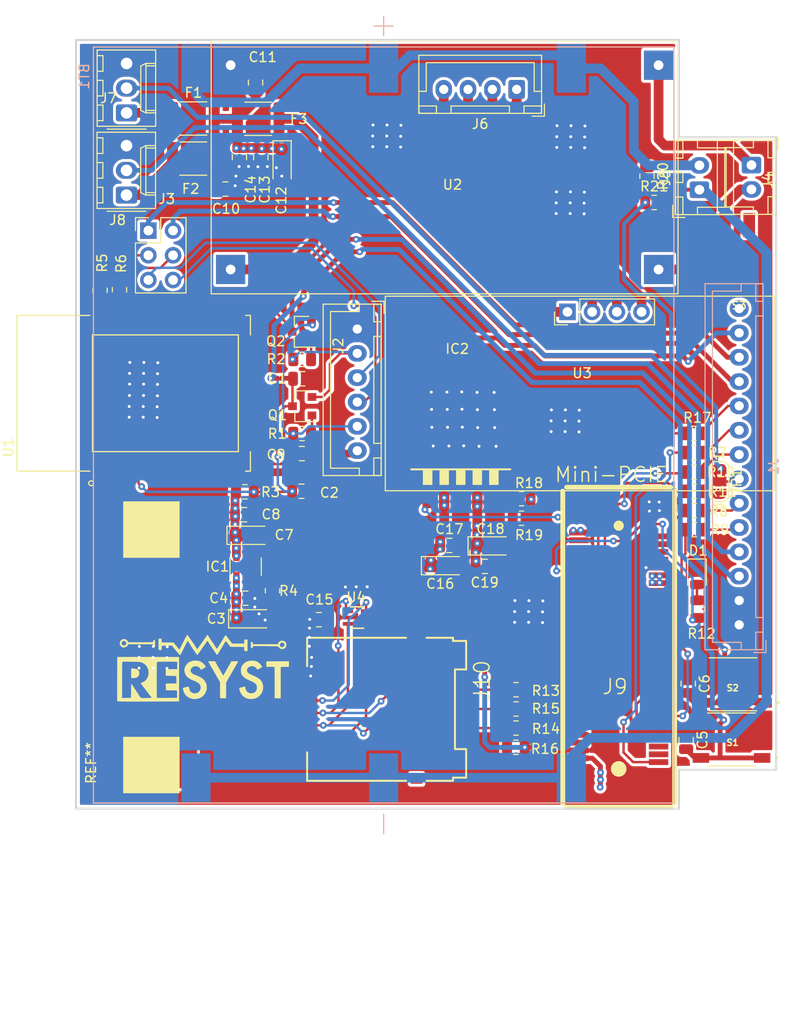
<source format=kicad_pcb>
(kicad_pcb (version 20171130) (host pcbnew "(5.1.9)-1")
  (layers (0 F.Cu signal) (1 In1.Cu signal) (2 In2.Cu signal) (31 B.Cu signal) (34 B.Paste user) (35 F.Paste user) (36 B.SilkS user) (37 F.SilkS user) (38 B.Mask user) (39 F.Mask user) (44 Edge.Cuts user))
  (net 0 "")
  (net 1 /ESP32C3-12F-Minsys/CHIP_EN)
  (net 2 GND)
  (net 3 /ESP32C3-12F-Minsys/IO9)
  (net 4 /ESP32C3-12F-Minsys/ESP_VCC)
  (net 5 +5V)
  (net 6 "Net-(F1-Pad1)")
  (net 7 "Net-(F2-Pad1)")
  (net 8 "Net-(F3-Pad2)")
  (net 9 "Net-(IC1-Pad3)")
  (net 10 /ESP32C3-12F-Minsys/RTS)
  (net 11 /ESP32C3-12F-Minsys/RXD0)
  (net 12 /ESP32C3-12F-Minsys/TXD0)
  (net 13 /ESP32C3-12F-Minsys/DTR)
  (net 14 "Net-(J3-Pad3)")
  (net 15 "Net-(J3-Pad4)")
  (net 16 "Net-(J4-Pad1)")
  (net 17 "Net-(J4-Pad2)")
  (net 18 "Net-(J6-Pad1)")
  (net 19 "Net-(J6-Pad2)")
  (net 20 "Net-(J6-Pad3)")
  (net 21 "Net-(J6-Pad4)")
  (net 22 "Net-(Q1-Pad1)")
  (net 23 "Net-(Q2-Pad1)")
  (net 24 /ESP32C3-12F-Minsys/TXD)
  (net 25 /ESP32C3-12F-Minsys/RXD)
  (net 26 "Net-(BT1-Pad1+)")
  (net 27 "Net-(BT1-Pad1-)")
  (net 28 /Modem/SIM_VDD)
  (net 29 /Modem/VCC_MODEM)
  (net 30 "Net-(D1-Pad2)")
  (net 31 "Net-(IC2-Pad5)")
  (net 32 "Net-(IC2-Pad1)")
  (net 33 /DHT_DATA)
  (net 34 /GAS_DATA)
  (net 35 /M_TX)
  (net 36 /M_RX)
  (net 37 /M_PERST)
  (net 38 /M_DIS)
  (net 39 /M_WAKE)
  (net 40 /M_EN)
  (net 41 /ESP_TX)
  (net 42 /ESP_RX)
  (net 43 /ESP_EN)
  (net 44 "Net-(J9-Pad42)")
  (net 45 "Net-(J9-Pad22)")
  (net 46 "Net-(J9-Pad20)")
  (net 47 /Modem/SIM_RST)
  (net 48 "Net-(J9-Pad13)")
  (net 49 /Modem/SIM_CLK)
  (net 50 "Net-(J9-Pad11)")
  (net 51 /Modem/SIM_DATA)
  (net 52 "Net-(J9-Pad1)")
  (net 53 "Net-(J10-PadC7)")
  (net 54 "Net-(J10-PadC6)")
  (net 55 "Net-(J10-PadC3)")
  (net 56 "Net-(J10-PadC2)")
  (net 57 "Net-(S3-Pad3)")
  (net 58 /PERST)
  (net 59 /BAT_STAT)
  (module Custom_Footprints:Resyst_Logo_small (layer F.Cu) (at 81.09 96.5)
    (fp_text reference G*** hide)
    (fp_text value LOGO hide)
  )
  (module Custom_Footprints:mpcie-socket (layer F.Cu) (at 123.8 106.92 90)
    (fp_text reference J9 (at 8.45 -0.37) (layer F.SilkS) (effects (font (size 1.524 1.524))))
    (fp_text value Mini-PCIE (at 30.25 -0.78) (layer F.SilkS) (effects (font (size 1.524 1.524))))
    (fp_text user REF** (at 0.6093 -54.2542 90) (layer F.SilkS) (effects (font (size 1.00211 1.00211))))
    (pad "" smd rect (at 0.4095 -44.856 90) (size 4.8 3) (layers F.Cu F.Paste F.Mask))
    (pad "" smd rect (at 24.6095 -51.156 90) (size 4.8 3) (layers F.Cu F.Paste F.Mask))
    (pad "" smd rect (at 24.6095 -44.856 90) (size 4.8 3) (layers F.Cu F.Paste F.Mask))
    (pad "" smd rect (at 0.4095 -51.156 90) (size 4.8 3) (layers F.Cu F.Paste F.Mask))
    (pad "" connect circle (at 25 0 90) (size 1.05 1.05) (layers F.SilkS Dwgs.User))
    (pad "" connect circle (at 0 0 90) (size 1.6 1.6) (layers F.SilkS Dwgs.User))
    (pad SH2 smd rect (at -2.15 3.5 90) (size 2.3 3.2) (layers F.Cu F.Paste F.Mask) (net 2 GND))
    (pad SH1 smd rect (at 27.15 3.5 90) (size 2.3 3.2) (layers F.Cu F.Paste F.Mask) (net 2 GND))
    (pad "" connect rect (at 0.4 -48.05 90) (size 5.8 5.8) (layers F.SilkS))
    (pad "" connect rect (at 24.6 -48.05 90) (size 5.8 5.8) (layers F.SilkS))
    (pad 1 smd rect (at 0.7 4.1 90) (size 0.6 2) (layers F.Cu F.Paste F.Mask) (net 52 "Net-(J9-Pad1)"))
    (pad 2 smd rect (at 1.1 -4.1 90) (size 0.6 2) (layers F.Cu F.Paste F.Mask) (net 29 /Modem/VCC_MODEM))
    (pad 3 smd rect (at 1.5 4.1 90) (size 0.6 2) (layers F.Cu F.Paste F.Mask))
    (pad 4 smd rect (at 1.9 -4.1 90) (size 0.6 2) (layers F.Cu F.Paste F.Mask) (net 2 GND))
    (pad 5 smd rect (at 2.3 4.1 90) (size 0.6 2) (layers F.Cu F.Paste F.Mask))
    (pad 6 smd rect (at 2.7 -4.1 90) (size 0.6 2) (layers F.Cu F.Paste F.Mask))
    (pad 7 smd rect (at 3.1 4.1 90) (size 0.6 2) (layers F.Cu F.Paste F.Mask))
    (pad 8 smd rect (at 3.5 -4.1 90) (size 0.6 2) (layers F.Cu F.Paste F.Mask) (net 28 /Modem/SIM_VDD))
    (pad 9 smd rect (at 3.9 4.1 90) (size 0.6 2) (layers F.Cu F.Paste F.Mask) (net 2 GND))
    (pad 10 smd rect (at 4.3 -4.1 90) (size 0.6 2) (layers F.Cu F.Paste F.Mask) (net 51 /Modem/SIM_DATA))
    (pad 11 smd rect (at 4.7 4.1 90) (size 0.6 2) (layers F.Cu F.Paste F.Mask) (net 50 "Net-(J9-Pad11)"))
    (pad 12 smd rect (at 5.1 -4.1 90) (size 0.6 2) (layers F.Cu F.Paste F.Mask) (net 49 /Modem/SIM_CLK))
    (pad 13 smd rect (at 5.5 4.1 90) (size 0.6 2) (layers F.Cu F.Paste F.Mask) (net 48 "Net-(J9-Pad13)"))
    (pad 14 smd rect (at 5.9 -4.1 90) (size 0.6 2) (layers F.Cu F.Paste F.Mask) (net 47 /Modem/SIM_RST))
    (pad 15 smd rect (at 6.3 4.1 90) (size 0.6 2) (layers F.Cu F.Paste F.Mask) (net 2 GND))
    (pad 16 smd rect (at 6.7 -4.1 90) (size 0.6 2) (layers F.Cu F.Paste F.Mask))
    (pad 17 smd rect (at 10.3 4.1 90) (size 0.6 2) (layers F.Cu F.Paste F.Mask))
    (pad 18 smd rect (at 10.7 -4.1 90) (size 0.6 2) (layers F.Cu F.Paste F.Mask) (net 2 GND))
    (pad 19 smd rect (at 11.1 4.1 90) (size 0.6 2) (layers F.Cu F.Paste F.Mask))
    (pad 20 smd rect (at 11.5 -4.1 90) (size 0.6 2) (layers F.Cu F.Paste F.Mask) (net 46 "Net-(J9-Pad20)"))
    (pad 21 smd rect (at 11.9 4.1 90) (size 0.6 2) (layers F.Cu F.Paste F.Mask) (net 2 GND))
    (pad 22 smd rect (at 12.3 -4.1 90) (size 0.6 2) (layers F.Cu F.Paste F.Mask) (net 45 "Net-(J9-Pad22)"))
    (pad 23 smd rect (at 12.7 4.1 90) (size 0.6 2) (layers F.Cu F.Paste F.Mask))
    (pad 24 smd rect (at 13.1 -4.1 90) (size 0.6 2) (layers F.Cu F.Paste F.Mask))
    (pad 25 smd rect (at 13.5 4.1 90) (size 0.6 2) (layers F.Cu F.Paste F.Mask))
    (pad 26 smd rect (at 13.9 -4.1 90) (size 0.6 2) (layers F.Cu F.Paste F.Mask) (net 2 GND))
    (pad 27 smd rect (at 14.3 4.1 90) (size 0.6 2) (layers F.Cu F.Paste F.Mask) (net 2 GND))
    (pad 28 smd rect (at 14.7 -4.1 90) (size 0.6 2) (layers F.Cu F.Paste F.Mask))
    (pad 29 smd rect (at 15.1 4.1 90) (size 0.6 2) (layers F.Cu F.Paste F.Mask) (net 2 GND))
    (pad 30 smd rect (at 15.5 -4.1 90) (size 0.6 2) (layers F.Cu F.Paste F.Mask))
    (pad 31 smd rect (at 15.9 4.1 90) (size 0.6 2) (layers F.Cu F.Paste F.Mask))
    (pad 32 smd rect (at 16.3 -4.1 90) (size 0.6 2) (layers F.Cu F.Paste F.Mask))
    (pad 33 smd rect (at 16.7 4.1 90) (size 0.6 2) (layers F.Cu F.Paste F.Mask))
    (pad 34 smd rect (at 17.1 -4.1 90) (size 0.6 2) (layers F.Cu F.Paste F.Mask) (net 2 GND))
    (pad 35 smd rect (at 17.5 4.1 90) (size 0.6 2) (layers F.Cu F.Paste F.Mask) (net 2 GND))
    (pad 36 smd rect (at 17.9 -4.1 90) (size 0.6 2) (layers F.Cu F.Paste F.Mask))
    (pad 37 smd rect (at 18.3 4.1 90) (size 0.6 2) (layers F.Cu F.Paste F.Mask) (net 2 GND))
    (pad 38 smd rect (at 18.7 -4.1 90) (size 0.6 2) (layers F.Cu F.Paste F.Mask))
    (pad 39 smd rect (at 19.1 4.1 90) (size 0.6 2) (layers F.Cu F.Paste F.Mask) (net 29 /Modem/VCC_MODEM))
    (pad 40 smd rect (at 19.5 -4.1 90) (size 0.6 2) (layers F.Cu F.Paste F.Mask) (net 2 GND))
    (pad 41 smd rect (at 19.9 4.1 90) (size 0.6 2) (layers F.Cu F.Paste F.Mask) (net 29 /Modem/VCC_MODEM))
    (pad 42 smd rect (at 20.3 -4.1 90) (size 0.6 2) (layers F.Cu F.Paste F.Mask) (net 44 "Net-(J9-Pad42)"))
    (pad 43 smd rect (at 20.7 4.1 90) (size 0.6 2) (layers F.Cu F.Paste F.Mask) (net 2 GND))
    (pad 44 smd rect (at 21.1 -4.1 90) (size 0.6 2) (layers F.Cu F.Paste F.Mask))
    (pad 45 smd rect (at 21.5 4.1 90) (size 0.6 2) (layers F.Cu F.Paste F.Mask))
    (pad 46 smd rect (at 21.9 -4.1 90) (size 0.6 2) (layers F.Cu F.Paste F.Mask))
    (pad 47 smd rect (at 22.3 4.1 90) (size 0.6 2) (layers F.Cu F.Paste F.Mask))
    (pad 48 smd rect (at 22.7 -4.1 90) (size 0.6 2) (layers F.Cu F.Paste F.Mask))
    (pad 49 smd rect (at 23.1 4.1 90) (size 0.6 2) (layers F.Cu F.Paste F.Mask))
    (pad 50 smd rect (at 23.5 -4.1 90) (size 0.6 2) (layers F.Cu F.Paste F.Mask) (net 2 GND))
    (pad 51 smd rect (at 23.9 4.1 90) (size 0.6 2) (layers F.Cu F.Paste F.Mask))
    (pad 52 smd rect (at 24.3 -4.1 90) (size 0.6 2) (layers F.Cu F.Paste F.Mask) (net 29 /Modem/VCC_MODEM))
  )
  (module Capacitor_SMD:C_0805_2012Metric (layer F.Cu) (at 91.27 66.82)
    (fp_text reference C1 (at -2.56 -0.02) (layer F.SilkS))
    (fp_text value 100nf)
    (pad 1 smd roundrect (at -0.95 0) (size 1 1.45) (layers F.Cu F.Paste F.Mask) (net 1 /ESP32C3-12F-Minsys/CHIP_EN))
    (pad 2 smd roundrect (at 0.95 0) (size 1 1.45) (layers F.Cu F.Paste F.Mask) (net 2 GND))
  )
  (module Capacitor_SMD:C_0805_2012Metric (layer F.Cu) (at 91.18 78.38)
    (fp_text reference C2 (at 2.87 0.15) (layer F.SilkS))
    (fp_text value 100nf)
    (pad 1 smd roundrect (at -0.95 0) (size 1 1.45) (layers F.Cu F.Paste F.Mask) (net 1 /ESP32C3-12F-Minsys/CHIP_EN))
    (pad 2 smd roundrect (at 0.95 0) (size 1 1.45) (layers F.Cu F.Paste F.Mask) (net 2 GND))
  )
  (module Capacitor_Tantalum_SMD:CP_EIA-3216-18_Kemet-A (layer F.Cu) (at 86 91.49)
    (fp_text reference C3 (at -3.58 -0.01) (layer F.SilkS))
    (fp_text value 1uF)
    (pad 1 smd roundrect (at -1.35 0) (size 1.4 1.35) (layers F.Cu F.Paste F.Mask) (roundrect_rratio 0.1851844444444445) (net 5 +5V))
    (pad 2 smd roundrect (at 1.35 0) (size 1.4 1.35) (layers F.Cu F.Paste F.Mask) (roundrect_rratio 0.1851844444444445) (net 2 GND))
  )
  (module Capacitor_SMD:C_0805_2012Metric (layer F.Cu) (at 85.42 89.37)
    (fp_text reference C4 (at -2.75 0) (layer F.SilkS))
    (fp_text value 100nf)
    (pad 2 smd roundrect (at 0.95 0) (size 1 1.45) (layers F.Cu F.Paste F.Mask) (net 2 GND))
    (pad 1 smd roundrect (at -0.95 0) (size 1 1.45) (layers F.Cu F.Paste F.Mask) (net 5 +5V))
  )
  (module Capacitor_SMD:C_0805_2012Metric (layer F.Cu) (at 130.73 103.94 270)
    (fp_text reference C5 (at 0 -1.68 90) (layer F.SilkS))
    (fp_text value 100nf)
    (pad 1 smd roundrect (at -0.95 0 270) (size 1 1.45) (layers F.Cu F.Paste F.Mask) (net 2 GND))
    (pad 2 smd roundrect (at 0.95 0 270) (size 1 1.45) (layers F.Cu F.Paste F.Mask) (net 1 /ESP32C3-12F-Minsys/CHIP_EN))
  )
  (module Capacitor_SMD:C_0805_2012Metric (layer F.Cu) (at 130.95 98.16 270)
    (fp_text reference C6 (at 0 -1.68 90) (layer F.SilkS))
    (fp_text value 100nf)
    (pad 2 smd roundrect (at 0.95 0 270) (size 1 1.45) (layers F.Cu F.Paste F.Mask) (net 3 /ESP32C3-12F-Minsys/IO9))
    (pad 1 smd roundrect (at -0.95 0 270) (size 1 1.45) (layers F.Cu F.Paste F.Mask) (net 2 GND))
  )
  (module Capacitor_Tantalum_SMD:CP_EIA-3216-18_Kemet-A (layer F.Cu) (at 85.83 82.91)
    (fp_text reference C7 (at 3.57 -0.04) (layer F.SilkS))
    (fp_text value 1uF)
    (pad 1 smd roundrect (at -1.35 0) (size 1.4 1.35) (layers F.Cu F.Paste F.Mask) (roundrect_rratio 0.1851844444444445) (net 4 /ESP32C3-12F-Minsys/ESP_VCC))
    (pad 2 smd roundrect (at 1.35 0) (size 1.4 1.35) (layers F.Cu F.Paste F.Mask) (roundrect_rratio 0.1851844444444445) (net 2 GND))
  )
  (module Capacitor_SMD:C_0805_2012Metric (layer F.Cu) (at 85.3 80.79)
    (fp_text reference C8 (at 2.75 -0.03) (layer F.SilkS))
    (fp_text value 100nf)
    (pad 1 smd roundrect (at -0.95 0) (size 1 1.45) (layers F.Cu F.Paste F.Mask) (net 4 /ESP32C3-12F-Minsys/ESP_VCC))
    (pad 2 smd roundrect (at 0.95 0) (size 1 1.45) (layers F.Cu F.Paste F.Mask) (net 2 GND))
  )
  (module Capacitor_SMD:C_0805_2012Metric (layer F.Cu) (at 91.23 74.51)
    (fp_text reference C9 (at -2.66 0.11) (layer F.SilkS))
    (fp_text value 100nf)
    (pad 2 smd roundrect (at 0.95 0) (size 1 1.45) (layers F.Cu F.Paste F.Mask) (net 4 /ESP32C3-12F-Minsys/ESP_VCC))
    (pad 1 smd roundrect (at -0.95 0) (size 1 1.45) (layers F.Cu F.Paste F.Mask) (net 2 GND))
  )
  (module Capacitor_SMD:C_0805_2012Metric (layer F.Cu) (at 83.36 47.32)
    (fp_text reference C10 (at 0.07 2.03) (layer F.SilkS))
    (fp_text value 100nf)
    (pad 2 smd roundrect (at 0.95 0) (size 1 1.45) (layers F.Cu F.Paste F.Mask) (net 2 GND))
    (pad 1 smd roundrect (at -0.95 0) (size 1 1.45) (layers F.Cu F.Paste F.Mask) (net 5 +5V))
  )
  (module Capacitor_SMD:C_0805_2012Metric (layer F.Cu) (at 86.46 36.38 90)
    (fp_text reference C11 (at 2.62 0.74 180) (layer F.SilkS))
    (fp_text value 100nf)
    (pad 1 smd roundrect (at -0.95 0 90) (size 1 1.45) (layers F.Cu F.Paste F.Mask) (net 5 +5V))
    (pad 2 smd roundrect (at 0.95 0 90) (size 1 1.45) (layers F.Cu F.Paste F.Mask) (net 2 GND))
  )
  (module Capacitor_Tantalum_SMD:CP_EIA-3216-18_Kemet-A (layer F.Cu) (at 89.19 44.67 270)
    (fp_text reference C12 (at 3.82 0.08 90) (layer F.SilkS))
    (fp_text value 10uF)
    (pad 2 smd roundrect (at 1.35 0 270) (size 1.4 1.35) (layers F.Cu F.Paste F.Mask) (roundrect_rratio 0.1851844444444445) (net 2 GND))
    (pad 1 smd roundrect (at -1.35 0 270) (size 1.4 1.35) (layers F.Cu F.Paste F.Mask) (roundrect_rratio 0.1851844444444445) (net 5 +5V))
  )
  (module Capacitor_SMD:C_0805_2012Metric (layer F.Cu) (at 87 44.06 270)
    (fp_text reference C13 (at 3.32 -0.4 90) (layer F.SilkS))
    (fp_text value 1uF)
    (pad 2 smd roundrect (at 0.95 0 270) (size 1 1.45) (layers F.Cu F.Paste F.Mask) (net 2 GND))
    (pad 1 smd roundrect (at -0.95 0 270) (size 1 1.45) (layers F.Cu F.Paste F.Mask) (net 5 +5V))
  )
  (module Capacitor_SMD:C_0805_2012Metric (layer F.Cu) (at 84.8 44.05 270)
    (fp_text reference C14 (at 3.31 -1.15 90) (layer F.SilkS))
    (fp_text value 100nf)
    (pad 1 smd roundrect (at -0.95 0 270) (size 1 1.45) (layers F.Cu F.Paste F.Mask) (net 5 +5V))
    (pad 2 smd roundrect (at 0.95 0 270) (size 1 1.45) (layers F.Cu F.Paste F.Mask) (net 2 GND))
  )
  (module Fuse:Fuse_1812_4532Metric (layer F.Cu) (at 80.0725 40.07)
    (fp_text reference F1 (at 0 -2.65) (layer F.SilkS))
    (fp_text value Polyfuse)
    (pad 1 smd roundrect (at -2.1375 0) (size 1.125 3.4) (layers F.Cu F.Paste F.Mask) (roundrect_rratio 0.2222213333333333) (net 6 "Net-(F1-Pad1)"))
    (pad 2 smd roundrect (at 2.1375 0) (size 1.125 3.4) (layers F.Cu F.Paste F.Mask) (roundrect_rratio 0.2222213333333333) (net 5 +5V))
  )
  (module Fuse:Fuse_1812_4532Metric (layer F.Cu) (at 80.0625 44.19)
    (fp_text reference F2 (at -0.2725 3.11) (layer F.SilkS))
    (fp_text value Polyfuse)
    (pad 2 smd roundrect (at 2.1375 0) (size 1.125 3.4) (layers F.Cu F.Paste F.Mask) (roundrect_rratio 0.2222213333333333) (net 5 +5V))
    (pad 1 smd roundrect (at -2.1375 0) (size 1.125 3.4) (layers F.Cu F.Paste F.Mask) (roundrect_rratio 0.2222213333333333) (net 7 "Net-(F2-Pad1)"))
  )
  (module Fuse:Fuse_1812_4532Metric (layer F.Cu) (at 86.7325 40.1)
    (fp_text reference F3 (at 4.1675 0.01) (layer F.SilkS))
    (fp_text value Polyfuse)
    (pad 1 smd roundrect (at -2.1375 0) (size 1.125 3.4) (layers F.Cu F.Paste F.Mask) (roundrect_rratio 0.2222213333333333) (net 5 +5V))
    (pad 2 smd roundrect (at 2.1375 0) (size 1.125 3.4) (layers F.Cu F.Paste F.Mask) (roundrect_rratio 0.2222213333333333) (net 8 "Net-(F3-Pad2)"))
  )
  (module Package_TO_SOT_SMD:SOT-23-5 (layer F.Cu) (at 85.44 86.12 90)
    (fp_text reference IC1 (at 0 -2.9 180) (layer F.SilkS))
    (fp_text value ME6211)
    (pad 1 smd rect (at -1.1 -0.95 90) (size 1.06 0.65) (layers F.Cu F.Paste F.Mask) (net 5 +5V))
    (pad 2 smd rect (at -1.1 0 90) (size 1.06 0.65) (layers F.Cu F.Paste F.Mask) (net 2 GND))
    (pad 3 smd rect (at -1.1 0.95 90) (size 1.06 0.65) (layers F.Cu F.Paste F.Mask) (net 9 "Net-(IC1-Pad3)"))
    (pad 4 smd rect (at 1.1 0.95 90) (size 1.06 0.65) (layers F.Cu F.Paste F.Mask))
    (pad 5 smd rect (at 1.1 -0.95 90) (size 1.06 0.65) (layers F.Cu F.Paste F.Mask) (net 4 /ESP32C3-12F-Minsys/ESP_VCC))
  )
  (module Connector_PinHeader_2.54mm:PinHeader_2x03_P2.54mm_Vertical (layer F.Cu) (at 75.44 51.59)
    (fp_text reference J3 (at 1.89 -3.25) (layer F.SilkS))
    (fp_text value Conn_02x03_Odd_Even)
    (pad 1 thru_hole rect (at 0 0) (size 1.7 1.7) (drill 1) (layers *.Cu *.Mask) (net 42 /ESP_RX))
    (pad 2 thru_hole oval (at 2.54 0) (size 1.7 1.7) (drill 1) (layers *.Cu *.Mask) (net 41 /ESP_TX))
    (pad 3 thru_hole oval (at 0 2.54) (size 1.7 1.7) (drill 1) (layers *.Cu *.Mask) (net 14 "Net-(J3-Pad3)"))
    (pad 4 thru_hole oval (at 2.54 2.54) (size 1.7 1.7) (drill 1) (layers *.Cu *.Mask) (net 15 "Net-(J3-Pad4)"))
    (pad 5 thru_hole oval (at 0 5.08) (size 1.7 1.7) (drill 1) (layers *.Cu *.Mask) (net 11 /ESP32C3-12F-Minsys/RXD0))
    (pad 6 thru_hole oval (at 2.54 5.08) (size 1.7 1.7) (drill 1) (layers *.Cu *.Mask) (net 12 /ESP32C3-12F-Minsys/TXD0))
  )
  (module Connector_JST:JST_XH_B2B-XH-A_1x02_P2.50mm_Vertical (layer F.Cu) (at 137.45 44.86 270)
    (fp_text reference J4 (at 1.59 -1.69 90) (layer F.SilkS))
    (fp_text value Conn_01x02)
    (pad 1 thru_hole roundrect (at 0 0 270) (size 1.7 2) (drill 1) (layers *.Cu *.Mask) (roundrect_rratio 0.1470588235294118) (net 16 "Net-(J4-Pad1)"))
    (pad 2 thru_hole oval (at 2.5 0 270) (size 1.7 2) (drill 1) (layers *.Cu *.Mask) (net 17 "Net-(J4-Pad2)"))
  )
  (module Connector_JST:JST_XH_B2B-XH-A_1x02_P2.50mm_Vertical (layer F.Cu) (at 132.1 47.39 90)
    (fp_text reference J5 (at 1.25 -3.5 90) (layer F.SilkS))
    (fp_text value Conn_01x02)
    (pad 2 thru_hole oval (at 2.5 0 90) (size 1.7 2) (drill 1) (layers *.Cu *.Mask) (net 26 "Net-(BT1-Pad1+)"))
    (pad 1 thru_hole roundrect (at 0 0 90) (size 1.7 2) (drill 1) (layers *.Cu *.Mask) (roundrect_rratio 0.1470588235294118) (net 27 "Net-(BT1-Pad1-)"))
  )
  (module Connector_JST:JST_XH_B4B-XH-A_1x04_P2.50mm_Vertical (layer F.Cu) (at 113.31 37.08 180)
    (fp_text reference J6 (at 3.75 -3.55) (layer F.SilkS))
    (fp_text value Conn_01x04)
    (pad 1 thru_hole roundrect (at 0 0 180) (size 1.7 1.95) (drill 0.95) (layers *.Cu *.Mask) (roundrect_rratio 0.1470588235294118) (net 18 "Net-(J6-Pad1)"))
    (pad 2 thru_hole oval (at 2.5 0 180) (size 1.7 1.95) (drill 0.95) (layers *.Cu *.Mask) (net 19 "Net-(J6-Pad2)"))
    (pad 3 thru_hole oval (at 5 0 180) (size 1.7 1.95) (drill 0.95) (layers *.Cu *.Mask) (net 20 "Net-(J6-Pad3)"))
    (pad 4 thru_hole oval (at 7.5 0 180) (size 1.7 1.95) (drill 0.95) (layers *.Cu *.Mask) (net 21 "Net-(J6-Pad4)"))
  )
  (module Package_TO_SOT_SMD:SOT-23 (layer F.Cu) (at 91.26 69.64 180)
    (fp_text reference Q1 (at 2.55 -0.92) (layer F.SilkS))
    (fp_text value Q_NPN_BEC)
    (pad 3 smd rect (at 1 0 180) (size 0.9 0.8) (layers F.Cu F.Paste F.Mask) (net 1 /ESP32C3-12F-Minsys/CHIP_EN))
    (pad 2 smd rect (at -1 0.95 180) (size 0.9 0.8) (layers F.Cu F.Paste F.Mask) (net 10 /ESP32C3-12F-Minsys/RTS))
    (pad 1 smd rect (at -1 -0.95 180) (size 0.9 0.8) (layers F.Cu F.Paste F.Mask) (net 22 "Net-(Q1-Pad1)"))
  )
  (module Package_TO_SOT_SMD:SOT-23 (layer F.Cu) (at 91.21 61.99 180)
    (fp_text reference Q2 (at 2.67 -0.97) (layer F.SilkS))
    (fp_text value Q_NPN_BEC)
    (pad 1 smd rect (at -1 -0.95 180) (size 0.9 0.8) (layers F.Cu F.Paste F.Mask) (net 23 "Net-(Q2-Pad1)"))
    (pad 2 smd rect (at -1 0.95 180) (size 0.9 0.8) (layers F.Cu F.Paste F.Mask) (net 13 /ESP32C3-12F-Minsys/DTR))
    (pad 3 smd rect (at 1 0 180) (size 0.9 0.8) (layers F.Cu F.Paste F.Mask) (net 3 /ESP32C3-12F-Minsys/IO9))
  )
  (module Resistor_SMD:R_0805_2012Metric (layer F.Cu) (at 91.25 72.45)
    (fp_text reference R1 (at -2.56 0.02) (layer F.SilkS))
    (fp_text value 10K)
    (pad 2 smd roundrect (at 0.9125 0) (size 1.025 1.4) (layers F.Cu F.Paste F.Mask) (roundrect_rratio 0.2439014634146341) (net 22 "Net-(Q1-Pad1)"))
    (pad 1 smd roundrect (at -0.9125 0) (size 1.025 1.4) (layers F.Cu F.Paste F.Mask) (roundrect_rratio 0.2439014634146341) (net 13 /ESP32C3-12F-Minsys/DTR))
  )
  (module Resistor_SMD:R_0805_2012Metric (layer F.Cu) (at 91.2575 64.83)
    (fp_text reference R2 (at -2.6875 -0.03) (layer F.SilkS))
    (fp_text value 10K)
    (pad 1 smd roundrect (at -0.9125 0) (size 1.025 1.4) (layers F.Cu F.Paste F.Mask) (roundrect_rratio 0.2439014634146341) (net 10 /ESP32C3-12F-Minsys/RTS))
    (pad 2 smd roundrect (at 0.9125 0) (size 1.025 1.4) (layers F.Cu F.Paste F.Mask) (roundrect_rratio 0.2439014634146341) (net 23 "Net-(Q2-Pad1)"))
  )
  (module Resistor_SMD:R_0805_2012Metric (layer F.Cu) (at 85.3625 78.44 180)
    (fp_text reference R3 (at -2.6375 -0.03) (layer F.SilkS))
    (fp_text value 10K)
    (pad 1 smd roundrect (at -0.9125 0 180) (size 1.025 1.4) (layers F.Cu F.Paste F.Mask) (roundrect_rratio 0.2439014634146341) (net 1 /ESP32C3-12F-Minsys/CHIP_EN))
    (pad 2 smd roundrect (at 0.9125 0 180) (size 1.025 1.4) (layers F.Cu F.Paste F.Mask) (roundrect_rratio 0.2439014634146341) (net 4 /ESP32C3-12F-Minsys/ESP_VCC))
  )
  (module Resistor_SMD:R_0805_2012Metric (layer F.Cu) (at 88.2 88.6175 270)
    (fp_text reference R4 (at 0 -1.65) (layer F.SilkS))
    (fp_text value 1M)
    (pad 2 smd roundrect (at 0.9125 0 270) (size 1.025 1.4) (layers F.Cu F.Paste F.Mask) (roundrect_rratio 0.2439014634146341) (net 43 /ESP_EN))
    (pad 1 smd roundrect (at -0.9125 0 270) (size 1.025 1.4) (layers F.Cu F.Paste F.Mask) (roundrect_rratio 0.2439014634146341) (net 9 "Net-(IC1-Pad3)"))
  )
  (module Resistor_SMD:R_0805_2012Metric (layer F.Cu) (at 70.47 57.7275 90)
    (fp_text reference R5 (at 2.8075 0.22 90) (layer F.SilkS))
    (fp_text value 0)
    (pad 2 smd roundrect (at 0.9125 0 90) (size 1.025 1.4) (layers F.Cu F.Paste F.Mask) (roundrect_rratio 0.2439014634146341) (net 14 "Net-(J3-Pad3)"))
    (pad 1 smd roundrect (at -0.9125 0 90) (size 1.025 1.4) (layers F.Cu F.Paste F.Mask) (roundrect_rratio 0.2439014634146341) (net 24 /ESP32C3-12F-Minsys/TXD))
  )
  (module Resistor_SMD:R_0805_2012Metric (layer F.Cu) (at 72.47 57.6625 270)
    (fp_text reference R6 (at -2.6825 -0.17 90) (layer F.SilkS))
    (fp_text value 0)
    (pad 1 smd roundrect (at -0.9125 0 270) (size 1.025 1.4) (layers F.Cu F.Paste F.Mask) (roundrect_rratio 0.2439014634146341) (net 15 "Net-(J3-Pad4)"))
    (pad 2 smd roundrect (at 0.9125 0 270) (size 1.025 1.4) (layers F.Cu F.Paste F.Mask) (roundrect_rratio 0.2439014634146341) (net 25 /ESP32C3-12F-Minsys/RXD))
  )
  (module Custom_Footprints:SW_Tactile (layer F.Cu) (at 135.4 103.89 180)
    (fp_text reference S1 (at -0.11 -0.33) (layer F.SilkS) (effects (font (size 0.64 0.64))))
    (fp_text value SW_Tactile)
    (pad 4 smd rect (at 3.15 1.9 180) (size 1.7 1) (layers F.Cu F.Paste F.Mask) (net 2 GND))
    (pad 3 smd rect (at -3.15 1.9 180) (size 1.7 1) (layers F.Cu F.Paste F.Mask) (net 2 GND))
    (pad 1 smd rect (at -3.15 -1.9 180) (size 1.7 1) (layers F.Cu F.Paste F.Mask) (net 1 /ESP32C3-12F-Minsys/CHIP_EN))
    (pad 2 smd rect (at 3.15 -1.9 180) (size 1.7 1) (layers F.Cu F.Paste F.Mask) (net 1 /ESP32C3-12F-Minsys/CHIP_EN))
  )
  (module Custom_Footprints:SW_Tactile (layer F.Cu) (at 135.55 98.22 180)
    (fp_text reference S2 (at 0.03 -0.38) (layer F.SilkS) (effects (font (size 0.64 0.64))))
    (fp_text value SW_Tactile)
    (pad 2 smd rect (at 3.15 -1.9 180) (size 1.7 1) (layers F.Cu F.Paste F.Mask) (net 3 /ESP32C3-12F-Minsys/IO9))
    (pad 1 smd rect (at -3.15 -1.9 180) (size 1.7 1) (layers F.Cu F.Paste F.Mask) (net 3 /ESP32C3-12F-Minsys/IO9))
    (pad 3 smd rect (at -3.15 1.9 180) (size 1.7 1) (layers F.Cu F.Paste F.Mask) (net 2 GND))
    (pad 4 smd rect (at 3.15 1.9 180) (size 1.7 1) (layers F.Cu F.Paste F.Mask) (net 2 GND))
  )
  (module Custom_Footprints:ESP8266 (layer F.Cu) (at 77.43 68.31 90)
    (fp_text reference U1 (at -5.57929 -16.39759 90) (layer F.SilkS) (effects (font (size 1.000772 1.000772))))
    (fp_text value ESP32C3-12F)
    (pad 14 smd rect (at 5 8.5 90) (size 1.1 1.7) (layers F.Cu F.Paste F.Mask))
    (pad 13 smd rect (at 3 8.5 90) (size 1.1 1.7) (layers F.Cu F.Paste F.Mask))
    (pad 12 smd rect (at 1 8.5 90) (size 1.1 1.7) (layers F.Cu F.Paste F.Mask))
    (pad 11 smd rect (at -1 8.5 90) (size 1.1 1.7) (layers F.Cu F.Paste F.Mask))
    (pad 10 smd rect (at -3 8.5 90) (size 1.1 1.7) (layers F.Cu F.Paste F.Mask))
    (pad 9 smd rect (at -5 8.5 90) (size 1.1 1.7) (layers F.Cu F.Paste F.Mask))
    (pad 22 smd rect (at 7.5 -7 90) (size 2 1.2) (layers F.Cu F.Paste F.Mask) (net 24 /ESP32C3-12F-Minsys/TXD))
    (pad 21 smd rect (at 7.5 -5 90) (size 2 1.2) (layers F.Cu F.Paste F.Mask) (net 25 /ESP32C3-12F-Minsys/RXD))
    (pad 20 smd rect (at 7.5 -3 90) (size 2 1.2) (layers F.Cu F.Paste F.Mask))
    (pad 19 smd rect (at 7.5 -1 90) (size 2 1.2) (layers F.Cu F.Paste F.Mask))
    (pad 18 smd rect (at 7.5 1 90) (size 2 1.2) (layers F.Cu F.Paste F.Mask) (net 3 /ESP32C3-12F-Minsys/IO9))
    (pad 17 smd rect (at 7.5 3 90) (size 2 1.2) (layers F.Cu F.Paste F.Mask))
    (pad 16 smd rect (at 7.5 5 90) (size 2 1.2) (layers F.Cu F.Paste F.Mask))
    (pad 15 smd rect (at 7.5 7 90) (size 2 1.2) (layers F.Cu F.Paste F.Mask) (net 2 GND))
    (pad 8 smd rect (at -7.5 7 90) (size 2 1.2) (layers F.Cu F.Paste F.Mask) (net 4 /ESP32C3-12F-Minsys/ESP_VCC))
    (pad 7 smd rect (at -7.5 5 90) (size 2 1.2) (layers F.Cu F.Paste F.Mask))
    (pad 6 smd rect (at -7.5 3 90) (size 2 1.2) (layers F.Cu F.Paste F.Mask))
    (pad 5 smd rect (at -7.5 1 90) (size 2 1.2) (layers F.Cu F.Paste F.Mask))
    (pad 4 smd rect (at -7.5 -1 90) (size 2 1.2) (layers F.Cu F.Paste F.Mask))
    (pad 3 smd rect (at -7.5 -3 90) (size 2 1.2) (layers F.Cu F.Paste F.Mask) (net 1 /ESP32C3-12F-Minsys/CHIP_EN))
    (pad 2 smd rect (at -7.5 -5 90) (size 2 1.2) (layers F.Cu F.Paste F.Mask))
    (pad 1 smd rect (at -7.5 -7 90) (size 2 1.2) (layers F.Cu F.Paste F.Mask))
  )
  (module Custom_Footprints:Buck-boost-module (layer F.Cu) (at 105.9 45.09 180)
    (fp_text reference U2 (at -0.81 -1.78) (layer F.SilkS))
    (fp_text value Buck-boost-module)
    (pad 1 thru_hole rect (at -22 -10.5 180) (size 3 3) (drill 1) (layers *.Cu *.Mask) (net 57 "Net-(S3-Pad3)"))
    (pad 2 thru_hole rect (at -22 10.5 180) (size 3 3) (drill 1) (layers *.Cu *.Mask) (net 16 "Net-(J4-Pad1)"))
    (pad 3 thru_hole rect (at 22 10.5 180) (size 3 3) (drill 1) (layers *.Cu *.Mask) (net 2 GND))
    (pad 4 thru_hole rect (at 22 -10.5 180) (size 3 3) (drill 1) (layers *.Cu *.Mask) (net 8 "Net-(F3-Pad2)"))
  )
  (module Custom_Footprints:Solar_Charger (layer F.Cu) (at 119.8 68.33)
    (fp_text reference U3 (at 0.24 -2.09) (layer F.SilkS))
    (fp_text value solar_charger)
    (pad 4 thru_hole oval (at 6.35 -8.382 90) (size 1.7 1.7) (drill 1) (layers *.Cu *.Mask) (net 18 "Net-(J6-Pad1)"))
    (pad 2 thru_hole oval (at 1.27 -8.382 90) (size 1.7 1.7) (drill 1) (layers *.Cu *.Mask) (net 20 "Net-(J6-Pad3)"))
    (pad 3 thru_hole oval (at 3.81 -8.382 90) (size 1.7 1.7) (drill 1) (layers *.Cu *.Mask) (net 19 "Net-(J6-Pad2)"))
    (pad 1 thru_hole rect (at -1.27 -8.382 90) (size 1.7 1.7) (drill 1) (layers *.Cu *.Mask) (net 21 "Net-(J6-Pad4)"))
  )
  (module Custom_Footprints:BAT18650_Holder (layer B.Cu) (at 99.63 71.57 270)
    (fp_text reference BT1 (at -35.825 30.785 270) (layer B.SilkS) (effects (justify mirror)))
    (fp_text value Holder-18650-3)
    (pad 3- smd rect (at 36.25 -19.3 270) (size 5 3) (layers B.Cu B.Paste B.Mask) (net 27 "Net-(BT1-Pad1-)"))
    (pad 3+ smd rect (at -36.65 -19.3 270) (size 5 3) (layers B.Cu B.Paste B.Mask) (net 26 "Net-(BT1-Pad1+)"))
    (pad 2+ smd rect (at -36.65 0 270) (size 5 3) (layers B.Cu B.Paste B.Mask) (net 26 "Net-(BT1-Pad1+)"))
    (pad 2- smd rect (at 36.25 0 270) (size 5 3) (layers B.Cu B.Paste B.Mask) (net 27 "Net-(BT1-Pad1-)"))
    (pad 1- smd rect (at 36.25 19.3 270) (size 5 3) (layers B.Cu B.Paste B.Mask) (net 27 "Net-(BT1-Pad1-)"))
    (pad 1+ smd rect (at -36.65 19.3 270) (size 5 3) (layers B.Cu B.Paste B.Mask) (net 26 "Net-(BT1-Pad1+)"))
  )
  (module Connector_Molex:Molex_KK-254_AE-6410-03A_1x03_P2.54mm_Vertical (layer F.Cu) (at 73.2 39.49 90)
    (fp_text reference J7 (at 1.51 -1.86 180) (layer F.SilkS))
    (fp_text value Conn_01x03)
    (pad 3 thru_hole oval (at 5.08 0 90) (size 1.74 2.19) (drill 1.19) (layers *.Cu *.Mask) (net 2 GND))
    (pad 2 thru_hole oval (at 2.54 0 90) (size 1.74 2.19) (drill 1.19) (layers *.Cu *.Mask) (net 34 /GAS_DATA))
    (pad 1 thru_hole roundrect (at 0 0 90) (size 1.74 2.19) (drill 1.19) (layers *.Cu *.Mask) (roundrect_rratio 0.1436775862068966) (net 6 "Net-(F1-Pad1)"))
  )
  (module Connector_Molex:Molex_KK-254_AE-6410-03A_1x03_P2.54mm_Vertical (layer F.Cu) (at 73.19 47.94 90)
    (fp_text reference J8 (at -2.57 -0.91 180) (layer F.SilkS))
    (fp_text value Conn_01x03)
    (pad 1 thru_hole roundrect (at 0 0 90) (size 1.74 2.19) (drill 1.19) (layers *.Cu *.Mask) (roundrect_rratio 0.1436775862068966) (net 7 "Net-(F2-Pad1)"))
    (pad 2 thru_hole oval (at 2.54 0 90) (size 1.74 2.19) (drill 1.19) (layers *.Cu *.Mask) (net 33 /DHT_DATA))
    (pad 3 thru_hole oval (at 5.08 0 90) (size 1.74 2.19) (drill 1.19) (layers *.Cu *.Mask) (net 2 GND))
  )
  (module Capacitor_SMD:C_0805_2012Metric (layer F.Cu) (at 92.97 91.58 180)
    (fp_text reference C15 (at -0.06 2.07) (layer F.SilkS))
    (fp_text value 100nf)
    (pad 1 smd roundrect (at -0.95 0 180) (size 1 1.45) (layers F.Cu F.Paste F.Mask) (net 28 /Modem/SIM_VDD))
    (pad 2 smd roundrect (at 0.95 0 180) (size 1 1.45) (layers F.Cu F.Paste F.Mask) (net 2 GND))
  )
  (module Capacitor_Tantalum_SMD:CP_EIA-3216-18_Kemet-A (layer F.Cu) (at 105.82 86.03)
    (fp_text reference C16 (at -0.37 1.86) (layer F.SilkS))
    (fp_text value CP)
    (pad 1 smd roundrect (at -1.35 0) (size 1.4 1.35) (layers F.Cu F.Paste F.Mask) (roundrect_rratio 0.1851844444444445) (net 5 +5V))
    (pad 2 smd roundrect (at 1.35 0) (size 1.4 1.35) (layers F.Cu F.Paste F.Mask) (roundrect_rratio 0.1851844444444445) (net 2 GND))
  )
  (module Capacitor_SMD:C_0805_2012Metric (layer F.Cu) (at 106.39 83.95)
    (fp_text reference C17 (at 0 -1.68) (layer F.SilkS))
    (fp_text value C)
    (pad 2 smd roundrect (at 0.95 0) (size 1 1.45) (layers F.Cu F.Paste F.Mask) (net 2 GND))
    (pad 1 smd roundrect (at -0.95 0) (size 1 1.45) (layers F.Cu F.Paste F.Mask) (net 5 +5V))
  )
  (module Capacitor_Tantalum_SMD:CP_EIA-3216-18_Kemet-A (layer F.Cu) (at 110.62 84)
    (fp_text reference C18 (at 0 -1.75) (layer F.SilkS))
    (fp_text value CP)
    (pad 2 smd roundrect (at 1.35 0) (size 1.4 1.35) (layers F.Cu F.Paste F.Mask) (roundrect_rratio 0.1851844444444445) (net 2 GND))
    (pad 1 smd roundrect (at -1.35 0) (size 1.4 1.35) (layers F.Cu F.Paste F.Mask) (roundrect_rratio 0.1851844444444445) (net 29 /Modem/VCC_MODEM))
  )
  (module Capacitor_SMD:C_0805_2012Metric (layer F.Cu) (at 110.03 86.1)
    (fp_text reference C19 (at -0.01 1.66) (layer F.SilkS))
    (fp_text value C)
    (pad 1 smd roundrect (at -0.95 0) (size 1 1.45) (layers F.Cu F.Paste F.Mask) (net 29 /Modem/VCC_MODEM))
    (pad 2 smd roundrect (at 0.95 0) (size 1 1.45) (layers F.Cu F.Paste F.Mask) (net 2 GND))
  )
  (module LED_SMD:LED_0805_2012Metric (layer F.Cu) (at 131.85 87.0325 270)
    (fp_text reference D1 (at -2.5525 -0.12 180) (layer F.SilkS))
    (fp_text value LED)
    (pad 1 smd roundrect (at -0.9375 0 270) (size 0.975 1.4) (layers F.Cu F.Paste F.Mask) (net 2 GND))
    (pad 2 smd roundrect (at 0.9375 0 270) (size 0.975 1.4) (layers F.Cu F.Paste F.Mask) (net 30 "Net-(D1-Pad2)"))
  )
  (module Custom_Footprints:MIC29302WU (layer F.Cu) (at 107.56 73.25)
    (fp_text reference IC2 (at -0.36 -9.5 180) (layer F.SilkS) (effects (font (size 1.00122 1.00122))))
    (fp_text value MIC29302WU)
    (pad 5 smd rect (at 3.4036 5.7912) (size 1.0668 2.159) (layers F.Cu F.Paste F.Mask) (net 31 "Net-(IC2-Pad5)"))
    (pad 4 smd rect (at 1.7018 5.7912) (size 1.0668 2.159) (layers F.Cu F.Paste F.Mask) (net 29 /Modem/VCC_MODEM))
    (pad 3 smd rect (at 0 5.7912) (size 1.0668 2.159) (layers F.Cu F.Paste F.Mask) (net 2 GND))
    (pad 2 smd rect (at -1.7018 5.7912) (size 1.0668 2.159) (layers F.Cu F.Paste F.Mask) (net 5 +5V))
    (pad 1 smd rect (at -3.4036 5.7912) (size 1.0668 2.159) (layers F.Cu F.Paste F.Mask) (net 32 "Net-(IC2-Pad1)"))
    (pad 6 smd rect (at 0 -2.54) (size 10.8 10.41) (layers F.Cu F.Paste F.Mask) (net 2 GND))
  )
  (module Connector_JST:JST_XH_B14B-XH-A_1x14_P2.50mm_Vertical (layer B.Cu) (at 136.19 92.11 90)
    (fp_text reference J1 (at 16.25 3.55 270) (layer B.SilkS) (effects (justify mirror)))
    (fp_text value Conn_01x14)
    (pad 1 thru_hole roundrect (at 0 0 90) (size 1.7 1.95) (drill 0.95) (layers *.Cu *.Mask) (roundrect_rratio 0.1470588235294118) (net 2 GND))
    (pad 2 thru_hole oval (at 2.5 0 90) (size 1.7 1.95) (drill 0.95) (layers *.Cu *.Mask) (net 2 GND))
    (pad 3 thru_hole oval (at 5 0 90) (size 1.7 1.95) (drill 0.95) (layers *.Cu *.Mask) (net 33 /DHT_DATA))
    (pad 4 thru_hole oval (at 7.5 0 90) (size 1.7 1.95) (drill 0.95) (layers *.Cu *.Mask) (net 34 /GAS_DATA))
    (pad 5 thru_hole oval (at 10 0 90) (size 1.7 1.95) (drill 0.95) (layers *.Cu *.Mask) (net 35 /M_TX))
    (pad 6 thru_hole oval (at 12.5 0 90) (size 1.7 1.95) (drill 0.95) (layers *.Cu *.Mask) (net 36 /M_RX))
    (pad 7 thru_hole oval (at 15 0 90) (size 1.7 1.95) (drill 0.95) (layers *.Cu *.Mask) (net 58 /PERST))
    (pad 8 thru_hole oval (at 17.5 0 90) (size 1.7 1.95) (drill 0.95) (layers *.Cu *.Mask) (net 38 /M_DIS))
    (pad 9 thru_hole oval (at 20 0 90) (size 1.7 1.95) (drill 0.95) (layers *.Cu *.Mask) (net 39 /M_WAKE))
    (pad 10 thru_hole oval (at 22.5 0 90) (size 1.7 1.95) (drill 0.95) (layers *.Cu *.Mask) (net 40 /M_EN))
    (pad 11 thru_hole oval (at 25 0 90) (size 1.7 1.95) (drill 0.95) (layers *.Cu *.Mask) (net 41 /ESP_TX))
    (pad 12 thru_hole oval (at 27.5 0 90) (size 1.7 1.95) (drill 0.95) (layers *.Cu *.Mask) (net 42 /ESP_RX))
    (pad 13 thru_hole oval (at 30 0 90) (size 1.7 1.95) (drill 0.95) (layers *.Cu *.Mask) (net 43 /ESP_EN))
    (pad 14 thru_hole oval (at 32.5 0 90) (size 1.7 1.95) (drill 0.95) (layers *.Cu *.Mask) (net 5 +5V))
  )
  (module Custom_Footprints:Simcard-Connector (layer F.Cu) (at 99.94 100.79 270)
    (fp_text reference J10 (at -2.94673 -9.80078 90) (layer F.SilkS) (effects (font (size 1.600945 1.600945))))
    (fp_text value Simcard-Connector)
    (pad C7 smd rect (at 1.65 7.75 270) (size 0.75 1.25) (layers F.Cu F.Paste F.Mask) (net 53 "Net-(J10-PadC7)"))
    (pad C6 smd rect (at -0.89 7.75 270) (size 0.75 1.25) (layers F.Cu F.Paste F.Mask) (net 54 "Net-(J10-PadC6)"))
    (pad C5 smd rect (at -3.43 7.75 270) (size 0.75 1.25) (layers F.Cu F.Paste F.Mask) (net 2 GND))
    (pad C3 smd rect (at 2.92 7.75 270) (size 0.75 1.25) (layers F.Cu F.Paste F.Mask) (net 55 "Net-(J10-PadC3)"))
    (pad C2 smd rect (at 0.38 7.75 270) (size 0.75 1.25) (layers F.Cu F.Paste F.Mask) (net 56 "Net-(J10-PadC2)"))
    (pad C1 smd rect (at -2.16 7.75 270) (size 0.75 1.25) (layers F.Cu F.Paste F.Mask) (net 28 /Modem/SIM_VDD))
    (pad 2 smd rect (at 7.15 -3.075 270) (size 1 1.2) (layers F.Cu F.Paste F.Mask))
    (pad 1 smd rect (at -7.15 -3.075 270) (size 1 1.2) (layers F.Cu F.Paste F.Mask))
  )
  (module Resistor_SMD:R_0805_2012Metric (layer F.Cu) (at 131.5275 74.41)
    (fp_text reference R7 (at 2.4225 0) (layer F.SilkS))
    (fp_text value 22)
    (pad 1 smd roundrect (at -0.9125 0) (size 1.025 1.4) (layers F.Cu F.Paste F.Mask) (roundrect_rratio 0.2439014634146341) (net 52 "Net-(J9-Pad1)"))
    (pad 2 smd roundrect (at 0.9125 0) (size 1.025 1.4) (layers F.Cu F.Paste F.Mask) (roundrect_rratio 0.2439014634146341) (net 39 /M_WAKE))
  )
  (module Resistor_SMD:R_0805_2012Metric (layer F.Cu) (at 131.5675 80.36)
    (fp_text reference R8 (at 2.5025 0.11) (layer F.SilkS))
    (fp_text value 22)
    (pad 2 smd roundrect (at 0.9125 0) (size 1.025 1.4) (layers F.Cu F.Paste F.Mask) (roundrect_rratio 0.2439014634146341) (net 36 /M_RX))
    (pad 1 smd roundrect (at -0.9125 0) (size 1.025 1.4) (layers F.Cu F.Paste F.Mask) (roundrect_rratio 0.2439014634146341) (net 50 "Net-(J9-Pad11)"))
  )
  (module Resistor_SMD:R_0805_2012Metric (layer F.Cu) (at 131.5775 82.33)
    (fp_text reference R9 (at 2.6125 0.03) (layer F.SilkS))
    (fp_text value 22)
    (pad 1 smd roundrect (at -0.9125 0) (size 1.025 1.4) (layers F.Cu F.Paste F.Mask) (roundrect_rratio 0.2439014634146341) (net 48 "Net-(J9-Pad13)"))
    (pad 2 smd roundrect (at 0.9125 0) (size 1.025 1.4) (layers F.Cu F.Paste F.Mask) (roundrect_rratio 0.2439014634146341) (net 35 /M_TX))
  )
  (module Resistor_SMD:R_0805_2012Metric (layer F.Cu) (at 131.5325 76.41 180)
    (fp_text reference R10 (at -2.7875 -0.01) (layer F.SilkS))
    (fp_text value 22)
    (pad 2 smd roundrect (at 0.9125 0 180) (size 1.025 1.4) (layers F.Cu F.Paste F.Mask) (roundrect_rratio 0.2439014634146341) (net 46 "Net-(J9-Pad20)"))
    (pad 1 smd roundrect (at -0.9125 0 180) (size 1.025 1.4) (layers F.Cu F.Paste F.Mask) (roundrect_rratio 0.2439014634146341) (net 38 /M_DIS))
  )
  (module Resistor_SMD:R_0805_2012Metric (layer F.Cu) (at 131.5475 78.39 180)
    (fp_text reference R11 (at -2.9325 -0.04) (layer F.SilkS))
    (fp_text value 22)
    (pad 1 smd roundrect (at -0.9125 0 180) (size 1.025 1.4) (layers F.Cu F.Paste F.Mask) (roundrect_rratio 0.2439014634146341) (net 37 /M_PERST))
    (pad 2 smd roundrect (at 0.9125 0 180) (size 1.025 1.4) (layers F.Cu F.Paste F.Mask) (roundrect_rratio 0.2439014634146341) (net 45 "Net-(J9-Pad22)"))
  )
  (module Resistor_SMD:R_0805_2012Metric (layer F.Cu) (at 131.88 90.4975 270)
    (fp_text reference R12 (at 2.5225 -0.44 180) (layer F.SilkS))
    (fp_text value 22)
    (pad 2 smd roundrect (at 0.9125 0 270) (size 1.025 1.4) (layers F.Cu F.Paste F.Mask) (roundrect_rratio 0.2439014634146341) (net 44 "Net-(J9-Pad42)"))
    (pad 1 smd roundrect (at -0.9125 0 270) (size 1.025 1.4) (layers F.Cu F.Paste F.Mask) (roundrect_rratio 0.2439014634146341) (net 30 "Net-(D1-Pad2)"))
  )
  (module Resistor_SMD:R_0805_2012Metric (layer F.Cu) (at 113.2475 98.78)
    (fp_text reference R13 (at 3.0625 0.11) (layer F.SilkS))
    (fp_text value 22)
    (pad 2 smd roundrect (at 0.9125 0) (size 1.025 1.4) (layers F.Cu F.Paste F.Mask) (roundrect_rratio 0.2439014634146341) (net 47 /Modem/SIM_RST))
    (pad 1 smd roundrect (at -0.9125 0) (size 1.025 1.4) (layers F.Cu F.Paste F.Mask) (roundrect_rratio 0.2439014634146341) (net 56 "Net-(J10-PadC2)"))
  )
  (module Resistor_SMD:R_0805_2012Metric (layer F.Cu) (at 113.2475 102.72)
    (fp_text reference R14 (at 3.0625 0.08) (layer F.SilkS))
    (fp_text value 22)
    (pad 1 smd roundrect (at -0.9125 0) (size 1.025 1.4) (layers F.Cu F.Paste F.Mask) (roundrect_rratio 0.2439014634146341) (net 53 "Net-(J10-PadC7)"))
    (pad 2 smd roundrect (at 0.9125 0) (size 1.025 1.4) (layers F.Cu F.Paste F.Mask) (roundrect_rratio 0.2439014634146341) (net 51 /Modem/SIM_DATA))
  )
  (module Resistor_SMD:R_0805_2012Metric (layer F.Cu) (at 113.2475 100.76)
    (fp_text reference R15 (at 3.0625 -0.03) (layer F.SilkS))
    (fp_text value 22)
    (pad 1 smd roundrect (at -0.9125 0) (size 1.025 1.4) (layers F.Cu F.Paste F.Mask) (roundrect_rratio 0.2439014634146341) (net 55 "Net-(J10-PadC3)"))
    (pad 2 smd roundrect (at 0.9125 0) (size 1.025 1.4) (layers F.Cu F.Paste F.Mask) (roundrect_rratio 0.2439014634146341) (net 49 /Modem/SIM_CLK))
  )
  (module Resistor_SMD:R_0805_2012Metric (layer F.Cu) (at 113.2275 104.7)
    (fp_text reference R16 (at 2.9925 0.16) (layer F.SilkS))
    (fp_text value 15K)
    (pad 1 smd roundrect (at -0.9125 0) (size 1.025 1.4) (layers F.Cu F.Paste F.Mask) (roundrect_rratio 0.2439014634146341) (net 53 "Net-(J10-PadC7)"))
    (pad 2 smd roundrect (at 0.9125 0) (size 1.025 1.4) (layers F.Cu F.Paste F.Mask) (roundrect_rratio 0.2439014634146341) (net 28 /Modem/SIM_VDD))
  )
  (module Resistor_SMD:R_0805_2012Metric (layer F.Cu) (at 131.5275 72.43 180)
    (fp_text reference R17 (at -0.3525 1.61) (layer F.SilkS))
    (fp_text value 22)
    (pad 2 smd roundrect (at 0.9125 0 180) (size 1.025 1.4) (layers F.Cu F.Paste F.Mask) (roundrect_rratio 0.2439014634146341) (net 32 "Net-(IC2-Pad1)"))
    (pad 1 smd roundrect (at -0.9125 0 180) (size 1.025 1.4) (layers F.Cu F.Paste F.Mask) (roundrect_rratio 0.2439014634146341) (net 40 /M_EN))
  )
  (module Resistor_SMD:R_0805_2012Metric (layer F.Cu) (at 113.8175 79.14)
    (fp_text reference R18 (at 0.7625 -1.6) (layer F.SilkS))
    (fp_text value 22)
    (pad 2 smd roundrect (at 0.9125 0) (size 1.025 1.4) (layers F.Cu F.Paste F.Mask) (roundrect_rratio 0.2439014634146341) (net 29 /Modem/VCC_MODEM))
    (pad 1 smd roundrect (at -0.9125 0) (size 1.025 1.4) (layers F.Cu F.Paste F.Mask) (roundrect_rratio 0.2439014634146341) (net 31 "Net-(IC2-Pad5)"))
  )
  (module Resistor_SMD:R_0805_2012Metric (layer F.Cu) (at 113.8125 81.15 180)
    (fp_text reference R19 (at -0.7675 -1.74) (layer F.SilkS))
    (fp_text value 22)
    (pad 1 smd roundrect (at -0.9125 0 180) (size 1.025 1.4) (layers F.Cu F.Paste F.Mask) (roundrect_rratio 0.2439014634146341) (net 2 GND))
    (pad 2 smd roundrect (at 0.9125 0 180) (size 1.025 1.4) (layers F.Cu F.Paste F.Mask) (roundrect_rratio 0.2439014634146341) (net 31 "Net-(IC2-Pad5)"))
  )
  (module Custom_Footprints:SMF05CT1G (layer F.Cu) (at 96.89 91.36)
    (fp_text reference U4 (at -0.1 -2.08) (layer F.SilkS))
    (fp_text value SMF05CT1G)
    (pad 6 smd roundrect (at 0.935 -0.65) (size 1.06 0.39) (layers F.Cu F.Paste F.Mask) (roundrect_rratio 0.1) (net 54 "Net-(J10-PadC6)"))
    (pad 5 smd roundrect (at 0.935 0) (size 1.06 0.39) (layers F.Cu F.Paste F.Mask) (roundrect_rratio 0.1) (net 28 /Modem/SIM_VDD))
    (pad 4 smd roundrect (at 0.935 0.65) (size 1.06 0.39) (layers F.Cu F.Paste F.Mask) (roundrect_rratio 0.1) (net 55 "Net-(J10-PadC3)"))
    (pad 3 smd roundrect (at -0.935 0.65) (size 1.06 0.39) (layers F.Cu F.Paste F.Mask) (roundrect_rratio 0.1) (net 53 "Net-(J10-PadC7)"))
    (pad 2 smd roundrect (at -0.935 0) (size 1.06 0.39) (layers F.Cu F.Paste F.Mask) (roundrect_rratio 0.1) (net 2 GND))
    (pad 1 smd roundrect (at -0.935 -0.65) (size 1.06 0.39) (layers F.Cu F.Paste F.Mask) (roundrect_rratio 0.1) (net 56 "Net-(J10-PadC2)"))
  )
  (module Connector_JST:JST_XH_B6B-XH-A_1x06_P2.50mm_Vertical (layer F.Cu) (at 96.92 61.71 270)
    (fp_text reference J2 (at 1.73 1.95 90) (layer F.SilkS))
    (fp_text value Conn_01x06)
    (pad 1 thru_hole roundrect (at 0 0 270) (size 1.7 1.95) (drill 0.95) (layers *.Cu *.Mask) (roundrect_rratio 0.1470588235294118) (net 2 GND))
    (pad 2 thru_hole oval (at 2.5 0 270) (size 1.7 1.95) (drill 0.95) (layers *.Cu *.Mask) (net 10 /ESP32C3-12F-Minsys/RTS))
    (pad 3 thru_hole oval (at 5 0 270) (size 1.7 1.95) (drill 0.95) (layers *.Cu *.Mask) (net 11 /ESP32C3-12F-Minsys/RXD0))
    (pad 4 thru_hole oval (at 7.5 0 270) (size 1.7 1.95) (drill 0.95) (layers *.Cu *.Mask) (net 12 /ESP32C3-12F-Minsys/TXD0))
    (pad 5 thru_hole oval (at 10 0 270) (size 1.7 1.95) (drill 0.95) (layers *.Cu *.Mask) (net 13 /ESP32C3-12F-Minsys/DTR))
    (pad 6 thru_hole oval (at 12.5 0 270) (size 1.7 1.95) (drill 0.95) (layers *.Cu *.Mask) (net 4 /ESP32C3-12F-Minsys/ESP_VCC))
  )
  (module Custom_Footprints:SW_DPDT (layer F.Cu) (at 134.72 53.78 180)
    (fp_text reference S3 (at -1.462565 -5.517615) (layer F.SilkS) (effects (font (size 0.801394 0.801394))))
    (fp_text value SW_DPDT)
    (pad 6 smd rect (at 2.5 -2.75 180) (size 1.2 2.5) (layers F.Cu F.Paste F.Mask) (net 57 "Net-(S3-Pad3)"))
    (pad 5 smd rect (at 0 -2.75 180) (size 1.2 2.5) (layers F.Cu F.Paste F.Mask) (net 17 "Net-(J4-Pad2)"))
    (pad 4 smd rect (at -2.5 -2.75 180) (size 1.2 2.5) (layers F.Cu F.Paste F.Mask))
    (pad 3 smd rect (at 2.5 2.75 180) (size 1.2 2.5) (layers F.Cu F.Paste F.Mask) (net 57 "Net-(S3-Pad3)"))
    (pad 2 smd rect (at 0 2.75 180) (size 1.2 2.5) (layers F.Cu F.Paste F.Mask) (net 17 "Net-(J4-Pad2)"))
    (pad 1 smd rect (at -2.5 2.75 180) (size 1.2 2.5) (layers F.Cu F.Paste F.Mask))
  )
  (module Resistor_SMD:R_0805_2012Metric (layer F.Cu) (at 126.71 45.9975 270)
    (fp_text reference R20 (at 0 -1.65 90) (layer F.SilkS))
    (fp_text value R)
    (pad 2 smd roundrect (at 0.9125 0 270) (size 1.025 1.4) (layers F.Cu F.Paste F.Mask) (roundrect_rratio 0.243902) (net 59 /BAT_STAT))
    (pad 1 smd roundrect (at -0.9125 0 270) (size 1.025 1.4) (layers F.Cu F.Paste F.Mask) (roundrect_rratio 0.243902) (net 26 "Net-(BT1-Pad1+)"))
  )
  (module Resistor_SMD:R_0805_2012Metric (layer F.Cu) (at 127.45 48.7)
    (fp_text reference R21 (at 0 -1.65) (layer F.SilkS))
    (fp_text value R)
    (pad 1 smd roundrect (at -0.9125 0) (size 1.025 1.4) (layers F.Cu F.Paste F.Mask) (roundrect_rratio 0.243902) (net 59 /BAT_STAT))
    (pad 2 smd roundrect (at 0.9125 0) (size 1.025 1.4) (layers F.Cu F.Paste F.Mask) (roundrect_rratio 0.243902) (net 27 "Net-(BT1-Pad1-)"))
  )
  (module Jumper:SolderJumper-3_P1.3mm_Bridged2Bar12_RoundedPad1.0x1.5mm_NumberLabels (layer F.Cu) (at 134.13 77.38 270)
    (fp_text reference JP1 (at 0 -1.8 90) (layer F.SilkS))
    (fp_text value Jumper_3_Bridged12)
    (fp_poly (pts (xy -0.9 0.2) (xy -0.4 0.2) (xy -0.4 0.6) (xy -0.9 0.6)) (layer F.Cu) (width 0))
    (fp_poly (pts (xy -0.9 -0.6) (xy -0.4 -0.6) (xy -0.4 -0.2) (xy -0.9 -0.2)) (layer F.Cu) (width 0))
    (fp_text user 3 (at 2.6 0 90) (layer F.SilkS))
    (fp_text user 1 (at -2.6 0 90) (layer F.SilkS))
    (pad 3 smd custom (at 1.3 0 270) (size 1 0.5) (layers F.Cu F.Mask) (net 37 /M_PERST) (options (clearance outline) (anchor rect)) (primitives (gr_circle (center 0 0.25) (end 0.5 0.25) (width 0)) (gr_circle (center 0 -0.25) (end 0.5 -0.25) (width 0)) (gr_poly (pts (xy -0.55 -0.75) (xy 0 -0.75) (xy 0 0.75) (xy -0.55 0.75)) (width 0))))
    (pad 2 smd rect (at 0 0 270) (size 1 1.5) (layers F.Cu F.Mask) (net 58 /PERST))
    (pad 1 smd custom (at -1.3 0 270) (size 1 0.5) (layers F.Cu F.Mask) (net 59 /BAT_STAT) (options (clearance outline) (anchor rect)) (primitives (gr_circle (center 0 0.25) (end 0.5 0.25) (width 0)) (gr_circle (center 0 -0.25) (end 0.5 -0.25) (width 0)) (gr_poly (pts (xy 0.55 -0.75) (xy 0 -0.75) (xy 0 0.75) (xy 0.55 0.75)) (width 0))))
  )
  (gr_line (start 130 107) (end 130 111) (layer Edge.Cuts) (width 0.2))
  (gr_line (start 130 107) (end 140 107) (layer Edge.Cuts) (width 0.2))
  (gr_line (start 130 42) (end 140 42) (layer Edge.Cuts) (width 0.2))
  (gr_line (start 130 42) (end 130 32) (layer Edge.Cuts) (width 0.2))
  (gr_line (start 68 32) (end 68 111) (layer Edge.Cuts) (width 0.2))
  (gr_line (start 68 111) (end 130 111) (layer Edge.Cuts) (width 0.2))
  (gr_line (start 140 42) (end 140 107) (layer Edge.Cuts) (width 0.2))
  (gr_line (start 68 32) (end 130 32) (layer Edge.Cuts) (width 0.2))
  (segment (start 90.17 78.44) (end 90.23 78.38) (width 0.25) (layer F.Cu) (net 1))
  (segment (start 86.275 78.44) (end 90.17 78.44) (width 0.25) (layer F.Cu) (net 1))
  (segment (start 90.26 66.88) (end 90.32 66.82) (width 0.25) (layer F.Cu) (net 1))
  (segment (start 90.26 69.64) (end 90.26 66.88) (width 0.25) (layer F.Cu) (net 1))
  (segment (start 90.26 69.64) (end 89.54 69.64) (width 0.25) (layer F.Cu) (net 1))
  (segment (start 89.54 69.64) (end 88.71 70.47) (width 0.25) (layer F.Cu) (net 1))
  (via (at 88.75 74.85) (size 0.7) (drill 0.3) (layers F.Cu B.Cu) (net 1))
  (segment (start 88.71 74.81) (end 88.75 74.85) (width 0.25) (layer F.Cu) (net 1))
  (segment (start 88.71 70.47) (end 88.71 74.81) (width 0.25) (layer F.Cu) (net 1))
  (segment (start 88.75 74.85) (end 88.75 77.72) (width 0.25) (layer B.Cu) (net 1))
  (via (at 90.23 78.38) (size 0.7) (drill 0.3) (layers F.Cu B.Cu) (net 1))
  (segment (start 89.41 78.38) (end 90.23 78.38) (width 0.25) (layer B.Cu) (net 1))
  (segment (start 88.75 77.72) (end 89.41 78.38) (width 0.25) (layer B.Cu) (net 1))
  (via (at 74.75 77.9) (size 0.7) (drill 0.3) (layers F.Cu B.Cu) (net 1))
  (segment (start 74.43 77.58) (end 74.75 77.9) (width 0.25) (layer F.Cu) (net 1))
  (segment (start 74.43 75.81) (end 74.43 77.58) (width 0.25) (layer F.Cu) (net 1))
  (via (at 86.275 78.44) (size 0.7) (drill 0.3) (layers F.Cu B.Cu) (net 1))
  (segment (start 75.29 78.44) (end 86.275 78.44) (width 0.25) (layer B.Cu) (net 1))
  (segment (start 74.75 77.9) (end 75.29 78.44) (width 0.25) (layer B.Cu) (net 1))
  (segment (start 131.63 105.79) (end 130.73 104.89) (width 0.5) (layer F.Cu) (net 1))
  (segment (start 132.25 105.79) (end 131.63 105.79) (width 0.5) (layer F.Cu) (net 1))
  (segment (start 132.25 105.79) (end 132.72 105.79) (width 0.5) (layer F.Cu) (net 1))
  (via (at 134.6 101.89) (size 0.7) (drill 0.3) (layers F.Cu B.Cu) (net 1))
  (segment (start 134.23 102.26) (end 134.6 101.89) (width 0.5) (layer F.Cu) (net 1))
  (segment (start 134.23 105.79) (end 134.23 102.26) (width 0.5) (layer F.Cu) (net 1))
  (segment (start 138.55 105.79) (end 134.23 105.79) (width 0.5) (layer F.Cu) (net 1))
  (segment (start 134.23 105.79) (end 132.25 105.79) (width 0.5) (layer F.Cu) (net 1))
  (via (at 97.17 53.77) (size 0.7) (drill 0.3) (layers F.Cu B.Cu) (net 1))
  (segment (start 97.17 53.77) (end 95.55 53.77) (width 0.5) (layer F.Cu) (net 1))
  (segment (start 95.55 53.77) (end 91.37 57.95) (width 0.5) (layer F.Cu) (net 1))
  (via (at 91.37 58.34) (size 0.7) (drill 0.3) (layers F.Cu B.Cu) (net 1))
  (segment (start 91.37 57.95) (end 91.37 58.34) (width 0.5) (layer F.Cu) (net 1))
  (segment (start 91.37 58.34) (end 88.36 61.35) (width 0.5) (layer B.Cu) (net 1))
  (segment (start 88.36 61.35) (end 88.36 66.52) (width 0.5) (layer B.Cu) (net 1))
  (via (at 88.03 66.77) (size 0.7) (drill 0.3) (layers F.Cu B.Cu) (net 1))
  (segment (start 88.11 66.77) (end 88.03 66.77) (width 0.5) (layer B.Cu) (net 1))
  (segment (start 88.36 66.52) (end 88.11 66.77) (width 0.5) (layer B.Cu) (net 1))
  (segment (start 90.27 66.77) (end 90.32 66.82) (width 0.5) (layer F.Cu) (net 1))
  (segment (start 88.03 66.77) (end 90.27 66.77) (width 0.5) (layer F.Cu) (net 1))
  (segment (start 101.22 53.53) (end 97.41 53.53) (width 0.5) (layer B.Cu) (net 1))
  (segment (start 130.13 84.82) (end 130.13 72.83) (width 0.5) (layer B.Cu) (net 1))
  (segment (start 132.77 87.46) (end 130.13 84.82) (width 0.5) (layer B.Cu) (net 1))
  (segment (start 132.77 94.39) (end 132.77 87.46) (width 0.5) (layer B.Cu) (net 1))
  (segment (start 114.89 67.2) (end 101.22 53.53) (width 0.5) (layer B.Cu) (net 1))
  (segment (start 133.43 100.72) (end 133.43 95.05) (width 0.5) (layer B.Cu) (net 1))
  (segment (start 134.6 101.89) (end 133.43 100.72) (width 0.5) (layer B.Cu) (net 1))
  (segment (start 97.41 53.53) (end 97.17 53.77) (width 0.5) (layer B.Cu) (net 1))
  (segment (start 133.43 95.05) (end 132.77 94.39) (width 0.5) (layer B.Cu) (net 1))
  (segment (start 130.13 71.37) (end 125.96 67.2) (width 0.5) (layer B.Cu) (net 1))
  (segment (start 130.13 72.83) (end 130.13 71.37) (width 0.5) (layer B.Cu) (net 1))
  (segment (start 125.96 67.2) (end 114.89 67.2) (width 0.5) (layer B.Cu) (net 1))
  (segment (start 130.13 72.83) (end 130.13 72.5) (width 0.5) (layer B.Cu) (net 1))
  (via (at 84.77 45.01) (size 0.7) (drill 0.3) (layers F.Cu B.Cu) (net 2))
  (segment (start 84.78 45) (end 84.77 45.01) (width 0.25) (layer F.Cu) (net 2))
  (segment (start 84.8 45) (end 84.78 45) (width 0.25) (layer F.Cu) (net 2))
  (via (at 85.74 45) (size 0.7) (drill 0.3) (layers F.Cu B.Cu) (net 2))
  (via (at 86.7 45.03) (size 0.7) (drill 0.3) (layers F.Cu B.Cu) (net 2))
  (via (at 84.44 45.99) (size 0.7) (drill 0.3) (layers F.Cu B.Cu) (net 2))
  (via (at 84.36 46.98) (size 0.7) (drill 0.3) (layers F.Cu B.Cu) (net 2))
  (via (at 87.67 45.01) (size 0.7) (drill 0.3) (layers F.Cu B.Cu) (net 2))
  (via (at 88.6 45.13) (size 0.7) (drill 0.3) (layers F.Cu B.Cu) (net 2))
  (via (at 89.16 45.99) (size 0.7) (drill 0.3) (layers F.Cu B.Cu) (net 2))
  (via (at 104.53 68.19) (size 0.7) (drill 0.3) (layers F.Cu B.Cu) (net 2))
  (via (at 106.14 68.19) (size 0.7) (drill 0.3) (layers F.Cu B.Cu) (net 2))
  (via (at 107.66 68.17) (size 0.7) (drill 0.3) (layers F.Cu B.Cu) (net 2))
  (via (at 109.24 68.22) (size 0.7) (drill 0.3) (layers F.Cu B.Cu) (net 2))
  (via (at 110.99 68.22) (size 0.7) (drill 0.3) (layers F.Cu B.Cu) (net 2))
  (via (at 107.69 69.95) (size 0.7) (drill 0.3) (layers F.Cu B.Cu) (net 2))
  (via (at 104.56 69.97) (size 0.7) (drill 0.3) (layers F.Cu B.Cu) (net 2))
  (via (at 106.17 69.97) (size 0.7) (drill 0.3) (layers F.Cu B.Cu) (net 2))
  (via (at 111.02 70) (size 0.7) (drill 0.3) (layers F.Cu B.Cu) (net 2))
  (via (at 109.27 70) (size 0.7) (drill 0.3) (layers F.Cu B.Cu) (net 2))
  (via (at 106.2 71.81) (size 0.7) (drill 0.3) (layers F.Cu B.Cu) (net 2))
  (via (at 111.05 71.84) (size 0.7) (drill 0.3) (layers F.Cu B.Cu) (net 2))
  (via (at 109.3 71.84) (size 0.7) (drill 0.3) (layers F.Cu B.Cu) (net 2))
  (via (at 107.72 71.79) (size 0.7) (drill 0.3) (layers F.Cu B.Cu) (net 2))
  (via (at 104.59 71.81) (size 0.7) (drill 0.3) (layers F.Cu B.Cu) (net 2))
  (via (at 107.86 73.71) (size 0.7) (drill 0.3) (layers F.Cu B.Cu) (net 2))
  (via (at 111.19 73.76) (size 0.7) (drill 0.3) (layers F.Cu B.Cu) (net 2))
  (via (at 106.34 73.73) (size 0.7) (drill 0.3) (layers F.Cu B.Cu) (net 2))
  (via (at 104.73 73.73) (size 0.7) (drill 0.3) (layers F.Cu B.Cu) (net 2))
  (via (at 109.44 73.76) (size 0.7) (drill 0.3) (layers F.Cu B.Cu) (net 2))
  (via (at 86.39 89.4) (size 0.7) (drill 0.3) (layers F.Cu B.Cu) (net 2))
  (segment (start 86.37 89.38) (end 86.39 89.4) (width 0.3) (layer F.Cu) (net 2))
  (segment (start 86.37 89.37) (end 86.37 89.38) (width 0.3) (layer F.Cu) (net 2))
  (via (at 86.38 90.28) (size 0.7) (drill 0.3) (layers F.Cu B.Cu) (net 2))
  (via (at 86.82 90.98) (size 0.7) (drill 0.3) (layers F.Cu B.Cu) (net 2))
  (via (at 87.44 91.62) (size 0.7) (drill 0.3) (layers F.Cu B.Cu) (net 2))
  (via (at 92.13 97.37) (size 0.7) (drill 0.3) (layers F.Cu B.Cu) (net 2))
  (via (at 92.2 96.39) (size 0.7) (drill 0.3) (layers F.Cu B.Cu) (net 2))
  (via (at 92.22 95.46) (size 0.7) (drill 0.3) (layers F.Cu B.Cu) (net 2))
  (via (at 92.03 91.55) (size 0.7) (drill 0.3) (layers F.Cu B.Cu) (net 2))
  (via (at 92.01 92.45) (size 0.7) (drill 0.3) (layers F.Cu B.Cu) (net 2))
  (via (at 91.99 93.39) (size 0.7) (drill 0.3) (layers F.Cu B.Cu) (net 2))
  (via (at 91.99 94.31) (size 0.7) (drill 0.3) (layers F.Cu B.Cu) (net 2))
  (via (at 126.61 86.23) (size 0.7) (drill 0.3) (layers F.Cu B.Cu) (net 2))
  (segment (start 126.62 86.22) (end 126.61 86.23) (width 0.5) (layer F.Cu) (net 2))
  (segment (start 127.9 86.22) (end 126.62 86.22) (width 0.5) (layer F.Cu) (net 2))
  (via (at 126.94 79.47) (size 0.7) (drill 0.3) (layers F.Cu B.Cu) (net 2))
  (via (at 127.96 79.49) (size 0.7) (drill 0.3) (layers F.Cu B.Cu) (net 2))
  (via (at 127.99 80.37) (size 0.7) (drill 0.3) (layers F.Cu B.Cu) (net 2))
  (via (at 126.96 80.42) (size 0.7) (drill 0.3) (layers F.Cu B.Cu) (net 2))
  (via (at 98.54 40.74) (size 0.7) (drill 0.3) (layers F.Cu B.Cu) (net 2))
  (via (at 99.98 40.74) (size 0.7) (drill 0.3) (layers F.Cu B.Cu) (net 2))
  (via (at 101.41 40.77) (size 0.7) (drill 0.3) (layers F.Cu B.Cu) (net 2))
  (via (at 99.95 41.87) (size 0.7) (drill 0.3) (layers F.Cu B.Cu) (net 2))
  (via (at 101.38 41.9) (size 0.7) (drill 0.3) (layers F.Cu B.Cu) (net 2))
  (via (at 98.51 41.87) (size 0.7) (drill 0.3) (layers F.Cu B.Cu) (net 2))
  (via (at 98.51 42.97) (size 0.7) (drill 0.3) (layers F.Cu B.Cu) (net 2))
  (via (at 101.38 43) (size 0.7) (drill 0.3) (layers F.Cu B.Cu) (net 2))
  (via (at 99.95 42.97) (size 0.7) (drill 0.3) (layers F.Cu B.Cu) (net 2))
  (via (at 118.9 40.81) (size 0.7) (drill 0.3) (layers F.Cu B.Cu) (net 2))
  (via (at 117.43 41.94) (size 0.7) (drill 0.3) (layers F.Cu B.Cu) (net 2))
  (via (at 120.33 40.84) (size 0.7) (drill 0.3) (layers F.Cu B.Cu) (net 2))
  (via (at 117.46 40.81) (size 0.7) (drill 0.3) (layers F.Cu B.Cu) (net 2))
  (via (at 117.43 43.04) (size 0.7) (drill 0.3) (layers F.Cu B.Cu) (net 2))
  (via (at 120.3 41.97) (size 0.7) (drill 0.3) (layers F.Cu B.Cu) (net 2))
  (via (at 118.87 41.94) (size 0.7) (drill 0.3) (layers F.Cu B.Cu) (net 2))
  (via (at 120.3 43.07) (size 0.7) (drill 0.3) (layers F.Cu B.Cu) (net 2))
  (via (at 118.87 43.04) (size 0.7) (drill 0.3) (layers F.Cu B.Cu) (net 2))
  (via (at 117.37 49.84) (size 0.7) (drill 0.3) (layers F.Cu B.Cu) (net 2))
  (via (at 120.24 48.77) (size 0.7) (drill 0.3) (layers F.Cu B.Cu) (net 2))
  (via (at 117.37 48.74) (size 0.7) (drill 0.3) (layers F.Cu B.Cu) (net 2))
  (via (at 120.24 49.87) (size 0.7) (drill 0.3) (layers F.Cu B.Cu) (net 2))
  (via (at 118.84 47.61) (size 0.7) (drill 0.3) (layers F.Cu B.Cu) (net 2))
  (via (at 117.4 47.61) (size 0.7) (drill 0.3) (layers F.Cu B.Cu) (net 2))
  (via (at 118.81 48.74) (size 0.7) (drill 0.3) (layers F.Cu B.Cu) (net 2))
  (via (at 120.27 47.64) (size 0.7) (drill 0.3) (layers F.Cu B.Cu) (net 2))
  (via (at 118.81 49.84) (size 0.7) (drill 0.3) (layers F.Cu B.Cu) (net 2))
  (via (at 116.85 72.25) (size 0.7) (drill 0.3) (layers F.Cu B.Cu) (net 2))
  (via (at 118.32 70.02) (size 0.7) (drill 0.3) (layers F.Cu B.Cu) (net 2))
  (via (at 116.88 70.02) (size 0.7) (drill 0.3) (layers F.Cu B.Cu) (net 2))
  (via (at 119.75 70.05) (size 0.7) (drill 0.3) (layers F.Cu B.Cu) (net 2))
  (via (at 119.72 71.18) (size 0.7) (drill 0.3) (layers F.Cu B.Cu) (net 2))
  (via (at 118.29 71.15) (size 0.7) (drill 0.3) (layers F.Cu B.Cu) (net 2))
  (via (at 116.85 71.15) (size 0.7) (drill 0.3) (layers F.Cu B.Cu) (net 2))
  (via (at 119.72 72.28) (size 0.7) (drill 0.3) (layers F.Cu B.Cu) (net 2))
  (via (at 118.29 72.25) (size 0.7) (drill 0.3) (layers F.Cu B.Cu) (net 2))
  (via (at 74.51 94.33) (size 0.7) (drill 0.3) (layers F.Cu B.Cu) (net 2))
  (via (at 75.92 96.56) (size 0.7) (drill 0.3) (layers F.Cu B.Cu) (net 2))
  (via (at 75.95 94.33) (size 0.7) (drill 0.3) (layers F.Cu B.Cu) (net 2))
  (via (at 77.38 94.36) (size 0.7) (drill 0.3) (layers F.Cu B.Cu) (net 2))
  (via (at 77.35 96.59) (size 0.7) (drill 0.3) (layers F.Cu B.Cu) (net 2))
  (via (at 77.35 95.49) (size 0.7) (drill 0.3) (layers F.Cu B.Cu) (net 2))
  (via (at 74.48 96.56) (size 0.7) (drill 0.3) (layers F.Cu B.Cu) (net 2))
  (via (at 75.92 95.46) (size 0.7) (drill 0.3) (layers F.Cu B.Cu) (net 2))
  (via (at 74.48 95.46) (size 0.7) (drill 0.3) (layers F.Cu B.Cu) (net 2))
  (via (at 95.7 88.22) (size 0.7) (drill 0.3) (layers F.Cu B.Cu) (net 2))
  (via (at 96.81 88.2) (size 0.7) (drill 0.3) (layers F.Cu B.Cu) (net 2))
  (via (at 97.94 88.2) (size 0.7) (drill 0.3) (layers F.Cu B.Cu) (net 2))
  (via (at 73.51 67.37) (size 0.7) (drill 0.3) (layers F.Cu B.Cu) (net 2))
  (via (at 76.38 66.3) (size 0.7) (drill 0.3) (layers F.Cu B.Cu) (net 2))
  (via (at 73.51 66.27) (size 0.7) (drill 0.3) (layers F.Cu B.Cu) (net 2))
  (via (at 76.38 67.4) (size 0.7) (drill 0.3) (layers F.Cu B.Cu) (net 2))
  (via (at 74.98 65.14) (size 0.7) (drill 0.3) (layers F.Cu B.Cu) (net 2))
  (via (at 73.54 65.14) (size 0.7) (drill 0.3) (layers F.Cu B.Cu) (net 2))
  (via (at 74.95 66.27) (size 0.7) (drill 0.3) (layers F.Cu B.Cu) (net 2))
  (via (at 76.41 65.17) (size 0.7) (drill 0.3) (layers F.Cu B.Cu) (net 2))
  (via (at 74.95 67.37) (size 0.7) (drill 0.3) (layers F.Cu B.Cu) (net 2))
  (via (at 74.91 70.77) (size 0.7) (drill 0.3) (layers F.Cu B.Cu) (net 2))
  (via (at 76.34 69.7) (size 0.7) (drill 0.3) (layers F.Cu B.Cu) (net 2))
  (via (at 73.5 68.54) (size 0.7) (drill 0.3) (layers F.Cu B.Cu) (net 2))
  (via (at 74.91 69.67) (size 0.7) (drill 0.3) (layers F.Cu B.Cu) (net 2))
  (via (at 74.94 68.54) (size 0.7) (drill 0.3) (layers F.Cu B.Cu) (net 2))
  (via (at 73.47 69.67) (size 0.7) (drill 0.3) (layers F.Cu B.Cu) (net 2))
  (via (at 73.47 70.77) (size 0.7) (drill 0.3) (layers F.Cu B.Cu) (net 2))
  (via (at 76.37 68.57) (size 0.7) (drill 0.3) (layers F.Cu B.Cu) (net 2))
  (via (at 76.34 70.8) (size 0.7) (drill 0.3) (layers F.Cu B.Cu) (net 2))
  (via (at 113.1 90.75) (size 0.7) (drill 0.3) (layers F.Cu B.Cu) (net 2))
  (via (at 114.54 90.75) (size 0.7) (drill 0.3) (layers F.Cu B.Cu) (net 2))
  (via (at 115.97 91.88) (size 0.7) (drill 0.3) (layers F.Cu B.Cu) (net 2))
  (via (at 114.54 91.85) (size 0.7) (drill 0.3) (layers F.Cu B.Cu) (net 2))
  (via (at 116 89.65) (size 0.7) (drill 0.3) (layers F.Cu B.Cu) (net 2))
  (via (at 113.13 89.62) (size 0.7) (drill 0.3) (layers F.Cu B.Cu) (net 2))
  (via (at 113.1 91.85) (size 0.7) (drill 0.3) (layers F.Cu B.Cu) (net 2))
  (via (at 115.97 90.78) (size 0.7) (drill 0.3) (layers F.Cu B.Cu) (net 2))
  (via (at 114.57 89.62) (size 0.7) (drill 0.3) (layers F.Cu B.Cu) (net 2))
  (segment (start 78.43 60.81) (end 78.43 59.98) (width 0.25) (layer F.Cu) (net 3))
  (segment (start 78.43 59.98) (end 79.48 58.93) (width 0.25) (layer F.Cu) (net 3))
  (segment (start 79.48 58.93) (end 87.49 58.93) (width 0.25) (layer F.Cu) (net 3))
  (segment (start 90.21 61.65) (end 90.21 61.99) (width 0.25) (layer F.Cu) (net 3))
  (segment (start 87.49 58.93) (end 90.21 61.65) (width 0.25) (layer F.Cu) (net 3))
  (segment (start 130.95 99.11) (end 130.95 99.51) (width 0.5) (layer F.Cu) (net 3))
  (segment (start 131.56 100.12) (end 132.4 100.12) (width 0.5) (layer F.Cu) (net 3))
  (segment (start 130.95 99.51) (end 131.56 100.12) (width 0.5) (layer F.Cu) (net 3))
  (segment (start 138.7 100.12) (end 132.4 100.12) (width 0.5) (layer F.Cu) (net 3))
  (segment (start 132.4 100.12) (end 133.82 100.12) (width 0.5) (layer F.Cu) (net 3))
  (via (at 134.7 94.66) (size 0.7) (drill 0.3) (layers F.Cu B.Cu) (net 3))
  (segment (start 134.7 99.24) (end 134.7 94.66) (width 0.5) (layer F.Cu) (net 3))
  (segment (start 133.82 100.12) (end 134.7 99.24) (width 0.5) (layer F.Cu) (net 3))
  (segment (start 134.7 94.66) (end 133.73 93.69) (width 0.5) (layer B.Cu) (net 3))
  (segment (start 133.73 93.69) (end 133.73 87.09) (width 0.5) (layer B.Cu) (net 3))
  (segment (start 133.73 87.09) (end 131.08 84.44) (width 0.5) (layer B.Cu) (net 3))
  (segment (start 131.08 84.44) (end 131.08 71.02) (width 0.5) (layer B.Cu) (net 3))
  (segment (start 131.08 71.02) (end 126.29 66.23) (width 0.5) (layer B.Cu) (net 3))
  (segment (start 126.29 66.23) (end 115.22 66.23) (width 0.5) (layer B.Cu) (net 3))
  (segment (start 115.22 66.23) (end 101.48 52.49) (width 0.5) (layer B.Cu) (net 3))
  (via (at 96.8 52.49) (size 0.7) (drill 0.3) (layers F.Cu B.Cu) (net 3))
  (segment (start 101.48 52.49) (end 96.8 52.49) (width 0.5) (layer B.Cu) (net 3))
  (segment (start 96.8 52.49) (end 95.14 52.49) (width 0.5) (layer F.Cu) (net 3))
  (segment (start 90.21 57.42) (end 90.21 61.99) (width 0.5) (layer F.Cu) (net 3))
  (segment (start 95.14 52.49) (end 90.21 57.42) (width 0.5) (layer F.Cu) (net 3))
  (segment (start 84.43 78.42) (end 84.45 78.44) (width 0.9) (layer F.Cu) (net 4))
  (segment (start 84.43 75.81) (end 84.43 78.42) (width 0.9) (layer F.Cu) (net 4))
  (segment (start 84.35 78.54) (end 84.45 78.44) (width 0.9) (layer F.Cu) (net 4))
  (segment (start 84.35 80.79) (end 84.35 78.54) (width 0.9) (layer F.Cu) (net 4))
  (segment (start 84.48 82.91) (end 84.48 82.81) (width 0.9) (layer F.Cu) (net 4))
  (segment (start 84.35 82.68) (end 84.35 80.79) (width 0.9) (layer F.Cu) (net 4))
  (segment (start 84.48 82.81) (end 84.35 82.68) (width 0.9) (layer F.Cu) (net 4))
  (segment (start 84.49 82.92) (end 84.48 82.91) (width 0.9) (layer F.Cu) (net 4))
  (segment (start 84.49 85.02) (end 84.49 82.92) (width 0.9) (layer F.Cu) (net 4))
  (segment (start 84.43 75.81) (end 87.06 75.81) (width 0.8) (layer F.Cu) (net 4))
  (segment (start 87.06 75.81) (end 87.67 76.42) (width 0.8) (layer F.Cu) (net 4))
  (segment (start 87.67 76.42) (end 91.65 76.42) (width 0.8) (layer F.Cu) (net 4))
  (segment (start 92.18 75.89) (end 92.18 74.51) (width 0.8) (layer F.Cu) (net 4))
  (segment (start 91.65 76.42) (end 92.18 75.89) (width 0.8) (layer F.Cu) (net 4))
  (segment (start 96.62 74.51) (end 96.92 74.21) (width 0.8) (layer F.Cu) (net 4))
  (segment (start 92.18 74.51) (end 96.62 74.51) (width 0.8) (layer F.Cu) (net 4))
  (via (at 84.49 85.02) (size 0.7) (drill 0.3) (layers F.Cu B.Cu) (net 4))
  (via (at 84.48 84.23) (size 0.7) (drill 0.3) (layers F.Cu B.Cu) (net 4))
  (via (at 84.49 83.41) (size 0.7) (drill 0.3) (layers F.Cu B.Cu) (net 4))
  (via (at 84.36 82.61) (size 0.7) (drill 0.3) (layers F.Cu B.Cu) (net 4))
  (via (at 84.37 81.78) (size 0.7) (drill 0.3) (layers F.Cu B.Cu) (net 4))
  (via (at 84.39 80.96) (size 0.7) (drill 0.3) (layers F.Cu B.Cu) (net 4))
  (via (at 84.38 80.14) (size 0.7) (drill 0.3) (layers F.Cu B.Cu) (net 4))
  (via (at 84.38 79.34) (size 0.7) (drill 0.3) (layers F.Cu B.Cu) (net 4))
  (segment (start 84.47 91.31) (end 84.65 91.49) (width 0.9) (layer F.Cu) (net 5))
  (segment (start 84.47 89.37) (end 84.47 91.31) (width 0.9) (layer F.Cu) (net 5))
  (segment (start 84.49 89.35) (end 84.47 89.37) (width 0.7) (layer F.Cu) (net 5))
  (segment (start 84.49 87.22) (end 84.49 89.35) (width 0.7) (layer F.Cu) (net 5))
  (segment (start 82.24 40.1) (end 82.21 40.07) (width 1) (layer F.Cu) (net 5))
  (segment (start 84.595 40.1) (end 82.24 40.1) (width 1) (layer F.Cu) (net 5))
  (segment (start 82.21 44.18) (end 82.2 44.19) (width 1) (layer F.Cu) (net 5))
  (segment (start 82.21 40.07) (end 82.21 44.18) (width 1) (layer F.Cu) (net 5))
  (segment (start 86.99 43.1) (end 87 43.11) (width 1) (layer F.Cu) (net 5))
  (segment (start 84.8 43.1) (end 86.99 43.1) (width 1) (layer F.Cu) (net 5))
  (segment (start 84.595 42.895) (end 84.8 43.1) (width 1) (layer F.Cu) (net 5))
  (segment (start 84.595 40.1) (end 84.595 42.895) (width 1) (layer F.Cu) (net 5))
  (segment (start 88.98 43.11) (end 89.19 43.32) (width 1) (layer F.Cu) (net 5))
  (segment (start 87 43.11) (end 88.98 43.11) (width 1) (layer F.Cu) (net 5))
  (segment (start 82.2 47.11) (end 82.41 47.32) (width 1) (layer F.Cu) (net 5))
  (segment (start 82.2 44.19) (end 82.2 47.11) (width 1) (layer F.Cu) (net 5))
  (segment (start 86.46 38.235) (end 84.595 40.1) (width 1) (layer F.Cu) (net 5))
  (segment (start 86.46 37.33) (end 86.46 38.235) (width 1) (layer F.Cu) (net 5))
  (segment (start 105.8582 79.0412) (end 105.8582 82.0618) (width 1) (layer F.Cu) (net 5))
  (segment (start 105.44 82.48) (end 105.44 83.95) (width 1) (layer F.Cu) (net 5))
  (segment (start 105.8582 82.0618) (end 105.44 82.48) (width 1) (layer F.Cu) (net 5))
  (segment (start 104.47 84.92) (end 105.44 83.95) (width 1) (layer F.Cu) (net 5))
  (segment (start 104.47 86.03) (end 104.47 84.92) (width 1) (layer F.Cu) (net 5))
  (via (at 105.8582 79.0412) (size 0.7) (drill 0.3) (layers F.Cu B.Cu) (net 5))
  (via (at 105.87 79.83) (size 0.7) (drill 0.3) (layers F.Cu B.Cu) (net 5))
  (via (at 105.46 83.58) (size 0.7) (drill 0.3) (layers F.Cu B.Cu) (net 5))
  (via (at 105.43 84.35) (size 0.7) (drill 0.3) (layers F.Cu B.Cu) (net 5))
  (via (at 104.5 85.47) (size 0.7) (drill 0.3) (layers F.Cu B.Cu) (net 5))
  (via (at 104.42 86.36) (size 0.7) (drill 0.3) (layers F.Cu B.Cu) (net 5))
  (via (at 84.49 87.29) (size 0.7) (drill 0.3) (layers F.Cu B.Cu) (net 5))
  (via (at 84.5 88.11) (size 0.7) (drill 0.3) (layers F.Cu B.Cu) (net 5))
  (via (at 84.49 88.93) (size 0.7) (drill 0.3) (layers F.Cu B.Cu) (net 5))
  (via (at 84.49 89.75) (size 0.7) (drill 0.3) (layers F.Cu B.Cu) (net 5))
  (via (at 84.49 90.57) (size 0.7) (drill 0.3) (layers F.Cu B.Cu) (net 5))
  (via (at 84.49 91.38) (size 0.7) (drill 0.3) (layers F.Cu B.Cu) (net 5))
  (via (at 89.12 43.21) (size 0.7) (drill 0.3) (layers F.Cu B.Cu) (net 5))
  (via (at 88.14 43.16) (size 0.7) (drill 0.3) (layers F.Cu B.Cu) (net 5))
  (via (at 87.1 43.16) (size 0.7) (drill 0.3) (layers F.Cu B.Cu) (net 5))
  (via (at 86.02 43.13) (size 0.7) (drill 0.3) (layers F.Cu B.Cu) (net 5))
  (via (at 85.23 43.15) (size 0.7) (drill 0.3) (layers F.Cu B.Cu) (net 5))
  (via (at 84.48 43.12) (size 0.7) (drill 0.3) (layers F.Cu B.Cu) (net 5))
  (segment (start 77.355 39.49) (end 77.935 40.07) (width 1) (layer F.Cu) (net 6))
  (segment (start 73.2 39.49) (end 77.355 39.49) (width 1) (layer F.Cu) (net 6))
  (segment (start 73.19 47.94) (end 74.55 47.94) (width 1) (layer F.Cu) (net 7))
  (segment (start 77.925 44.565) (end 77.925 44.19) (width 1) (layer F.Cu) (net 7))
  (segment (start 74.55 47.94) (end 77.925 44.565) (width 1) (layer F.Cu) (net 7))
  (segment (start 88.87 40.1) (end 90.49 40.1) (width 1) (layer F.Cu) (net 8))
  (segment (start 90.49 40.1) (end 92.43 42.04) (width 1) (layer F.Cu) (net 8))
  (segment (start 92.43 42.04) (end 92.43 52.74) (width 1) (layer F.Cu) (net 8))
  (segment (start 89.58 55.59) (end 83.9 55.59) (width 1) (layer F.Cu) (net 8))
  (segment (start 92.43 52.74) (end 89.58 55.59) (width 1) (layer F.Cu) (net 8))
  (segment (start 87.715 87.22) (end 88.2 87.705) (width 0.25) (layer F.Cu) (net 9))
  (segment (start 86.39 87.22) (end 87.715 87.22) (width 0.25) (layer F.Cu) (net 9))
  (segment (start 92.26 68.69) (end 93.35 68.69) (width 0.25) (layer F.Cu) (net 10))
  (segment (start 93.35 68.69) (end 94.11 67.93) (width 0.25) (layer F.Cu) (net 10))
  (segment (start 94.11 67.93) (end 94.11 65.28) (width 0.25) (layer F.Cu) (net 10))
  (segment (start 95.18 64.21) (end 96.92 64.21) (width 0.25) (layer F.Cu) (net 10))
  (segment (start 94.11 65.28) (end 95.18 64.21) (width 0.25) (layer F.Cu) (net 10))
  (via (at 90.26 64.82) (size 0.7) (drill 0.3) (layers F.Cu B.Cu) (net 10))
  (segment (start 90.27 64.83) (end 90.26 64.82) (width 0.25) (layer F.Cu) (net 10))
  (segment (start 90.345 64.83) (end 90.27 64.83) (width 0.25) (layer F.Cu) (net 10))
  (segment (start 90.26 64.82) (end 91.01 64.07) (width 0.25) (layer B.Cu) (net 10))
  (segment (start 96.78 64.07) (end 96.92 64.21) (width 0.25) (layer B.Cu) (net 10))
  (segment (start 91.01 64.07) (end 96.78 64.07) (width 0.25) (layer B.Cu) (net 10))
  (segment (start 75.44 56.67) (end 75.44 56.25) (width 0.25) (layer B.Cu) (net 11))
  (segment (start 75.44 56.25) (end 76.28 55.41) (width 0.25) (layer B.Cu) (net 11))
  (segment (start 76.28 55.41) (end 78.75 55.41) (width 0.25) (layer B.Cu) (net 11))
  (segment (start 78.75 55.41) (end 81.32 52.84) (width 0.25) (layer B.Cu) (net 11))
  (segment (start 81.32 52.84) (end 92.51 52.84) (width 0.25) (layer B.Cu) (net 11))
  (segment (start 92.51 52.84) (end 99.19 59.52) (width 0.25) (layer B.Cu) (net 11))
  (segment (start 99.19 64.44) (end 96.92 66.71) (width 0.25) (layer B.Cu) (net 11))
  (segment (start 99.19 59.52) (end 99.19 64.44) (width 0.25) (layer B.Cu) (net 11))
  (segment (start 77.98 56.67) (end 78.29 56.67) (width 0.25) (layer B.Cu) (net 12))
  (segment (start 77.98 56.67) (end 78.65 56.67) (width 0.25) (layer B.Cu) (net 12))
  (segment (start 78.65 56.67) (end 81.91 53.41) (width 0.25) (layer B.Cu) (net 12))
  (segment (start 81.91 53.41) (end 92.22 53.41) (width 0.25) (layer B.Cu) (net 12))
  (segment (start 96.56 57.75) (end 96.56 59.32) (width 0.25) (layer B.Cu) (net 12))
  (via (at 96.56 59.32) (size 0.7) (drill 0.3) (layers F.Cu B.Cu) (net 12))
  (segment (start 92.22 53.41) (end 96.56 57.75) (width 0.25) (layer B.Cu) (net 12))
  (segment (start 96.56 59.32) (end 97.61 59.32) (width 0.25) (layer F.Cu) (net 12))
  (segment (start 97.61 59.32) (end 98.78 60.49) (width 0.25) (layer F.Cu) (net 12))
  (segment (start 97.63 69.21) (end 98.78 68.06) (width 0.25) (layer F.Cu) (net 12))
  (segment (start 96.92 69.21) (end 97.63 69.21) (width 0.25) (layer F.Cu) (net 12))
  (segment (start 98.78 60.49) (end 98.78 68.06) (width 0.25) (layer F.Cu) (net 12))
  (segment (start 91.23 72.45) (end 90.3375 72.45) (width 0.25) (layer B.Cu) (net 13))
  (segment (start 91.97 71.71) (end 91.23 72.45) (width 0.25) (layer B.Cu) (net 13))
  (segment (start 96.92 71.71) (end 91.97 71.71) (width 0.25) (layer B.Cu) (net 13))
  (via (at 90.3375 72.45) (size 0.7) (drill 0.3) (layers F.Cu B.Cu) (net 13))
  (via (at 92.32 61.3) (size 0.7) (drill 0.3) (layers F.Cu B.Cu) (net 13))
  (segment (start 92.21 61.19) (end 92.32 61.3) (width 0.25) (layer F.Cu) (net 13))
  (segment (start 92.21 61.04) (end 92.21 61.19) (width 0.25) (layer F.Cu) (net 13))
  (segment (start 92.32 61.3) (end 91.15 61.3) (width 0.25) (layer B.Cu) (net 13))
  (segment (start 91.15 61.3) (end 89.29 63.16) (width 0.25) (layer B.Cu) (net 13))
  (segment (start 89.29 63.16) (end 89.29 72.01) (width 0.25) (layer B.Cu) (net 13))
  (segment (start 89.73 72.45) (end 90.3375 72.45) (width 0.25) (layer B.Cu) (net 13))
  (segment (start 89.29 72.01) (end 89.73 72.45) (width 0.25) (layer B.Cu) (net 13))
  (segment (start 70.47 56.815) (end 70.47 55.13) (width 0.25) (layer F.Cu) (net 14))
  (segment (start 71.47 54.13) (end 75.44 54.13) (width 0.25) (layer F.Cu) (net 14))
  (segment (start 70.47 55.13) (end 71.47 54.13) (width 0.25) (layer F.Cu) (net 14))
  (segment (start 72.5 56.75) (end 72.52 56.77) (width 0.25) (layer F.Cu) (net 15))
  (segment (start 72.47 56.75) (end 72.5 56.75) (width 0.25) (layer F.Cu) (net 15))
  (segment (start 72.47 56.75) (end 72.47 56.03) (width 0.25) (layer F.Cu) (net 15))
  (segment (start 72.47 56.03) (end 73.07 55.43) (width 0.25) (layer F.Cu) (net 15))
  (segment (start 76.68 55.43) (end 77.98 54.13) (width 0.25) (layer F.Cu) (net 15))
  (segment (start 73.07 55.43) (end 76.68 55.43) (width 0.25) (layer F.Cu) (net 15))
  (segment (start 127.9 34.59) (end 127.9 42.21) (width 1) (layer F.Cu) (net 16))
  (segment (start 127.9 42.21) (end 128.54001 42.85001) (width 1) (layer F.Cu) (net 16))
  (segment (start 135.44001 42.85001) (end 137.45 44.86) (width 1) (layer F.Cu) (net 16))
  (segment (start 128.54001 42.85001) (end 135.44001 42.85001) (width 1) (layer F.Cu) (net 16))
  (segment (start 134.72 56.53) (end 134.72 51.03) (width 1) (layer F.Cu) (net 17))
  (segment (start 134.72 51.03) (end 134.72 48.95) (width 1) (layer F.Cu) (net 17))
  (segment (start 136.31 47.36) (end 137.45 47.36) (width 1) (layer F.Cu) (net 17))
  (segment (start 134.72 48.95) (end 136.31 47.36) (width 1) (layer F.Cu) (net 17))
  (segment (start 126.18 60.238) (end 126.18 59.61) (width 1) (layer F.Cu) (net 18))
  (segment (start 126.15 58.5) (end 126.15 59.948) (width 1) (layer F.Cu) (net 18))
  (segment (start 120.89 53.24) (end 126.15 58.5) (width 1) (layer F.Cu) (net 18))
  (segment (start 112.69 49.1) (end 116.83 53.24) (width 1) (layer F.Cu) (net 18))
  (segment (start 112.69 39.12) (end 112.69 49.1) (width 1) (layer F.Cu) (net 18))
  (segment (start 113.31 38.5) (end 112.69 39.12) (width 1) (layer F.Cu) (net 18))
  (segment (start 116.83 53.24) (end 120.89 53.24) (width 1) (layer F.Cu) (net 18))
  (segment (start 113.31 37.08) (end 113.31 38.5) (width 1) (layer F.Cu) (net 18))
  (segment (start 123.61 59.948) (end 123.61 58.52) (width 1) (layer F.Cu) (net 19))
  (segment (start 123.61 58.52) (end 120.18 55.09) (width 1) (layer F.Cu) (net 19))
  (segment (start 120.18 55.09) (end 115.82 55.09) (width 1) (layer F.Cu) (net 19))
  (segment (start 115.82 55.09) (end 110.81 50.08) (width 1) (layer F.Cu) (net 19))
  (segment (start 110.81 45.51) (end 110.81 46.26) (width 1) (layer F.Cu) (net 19))
  (segment (start 110.81 50.08) (end 110.81 45.51) (width 1) (layer F.Cu) (net 19))
  (segment (start 110.81 37.08) (end 110.81 45.51) (width 1) (layer F.Cu) (net 19))
  (segment (start 121.1 59.69) (end 121.1 60.238) (width 1) (layer F.Cu) (net 20))
  (segment (start 119.19 56.6) (end 121.07 58.48) (width 1) (layer F.Cu) (net 20))
  (segment (start 114.43 56.6) (end 119.19 56.6) (width 1) (layer F.Cu) (net 20))
  (segment (start 121.07 58.48) (end 121.07 59.948) (width 1) (layer F.Cu) (net 20))
  (segment (start 108.31 50.48) (end 114.43 56.6) (width 1) (layer F.Cu) (net 20))
  (segment (start 108.31 37.08) (end 108.31 50.48) (width 1) (layer F.Cu) (net 20))
  (segment (start 105.81 37.08) (end 105.81 47.488) (width 1) (layer F.Cu) (net 21))
  (segment (start 118.53 59.948) (end 113.958 59.948) (width 1) (layer F.Cu) (net 21))
  (segment (start 105.81 51.8) (end 105.81 47.488) (width 1) (layer F.Cu) (net 21))
  (segment (start 113.958 59.948) (end 105.81 51.8) (width 1) (layer F.Cu) (net 21))
  (segment (start 92.26 72.3525) (end 92.1625 72.45) (width 0.25) (layer F.Cu) (net 22))
  (segment (start 92.26 70.59) (end 92.26 72.3525) (width 0.25) (layer F.Cu) (net 22))
  (segment (start 92.17 62.98) (end 92.21 62.94) (width 0.25) (layer F.Cu) (net 23))
  (segment (start 92.17 64.83) (end 92.17 62.98) (width 0.25) (layer F.Cu) (net 23))
  (segment (start 70.43 58.68) (end 70.47 58.64) (width 0.25) (layer F.Cu) (net 24))
  (segment (start 70.43 60.81) (end 70.43 58.68) (width 0.25) (layer F.Cu) (net 24))
  (segment (start 72.43 58.615) (end 72.47 58.575) (width 0.25) (layer F.Cu) (net 25))
  (segment (start 72.43 60.81) (end 72.43 58.615) (width 0.25) (layer F.Cu) (net 25))
  (segment (start 99.63 34.92) (end 100.98 34.92) (width 1) (layer B.Cu) (net 26))
  (segment (start 100.98 34.92) (end 102.33 33.57) (width 1) (layer B.Cu) (net 26))
  (segment (start 117.58 33.57) (end 118.93 34.92) (width 1) (layer B.Cu) (net 26))
  (segment (start 102.33 33.57) (end 117.58 33.57) (width 1) (layer B.Cu) (net 26))
  (segment (start 80.33 34.92) (end 80.33 37.57) (width 1) (layer B.Cu) (net 26))
  (segment (start 80.33 37.57) (end 81.18 38.42) (width 1) (layer B.Cu) (net 26))
  (segment (start 81.18 38.42) (end 87.53 38.42) (width 1) (layer B.Cu) (net 26))
  (segment (start 91.03 34.92) (end 99.63 34.92) (width 1) (layer B.Cu) (net 26))
  (segment (start 87.53 38.42) (end 91.03 34.92) (width 1) (layer B.Cu) (net 26))
  (segment (start 126.85 44.89) (end 132.1 44.89) (width 1) (layer B.Cu) (net 26))
  (segment (start 125.35 43.39) (end 126.85 44.89) (width 1) (layer B.Cu) (net 26))
  (segment (start 125.35 38.33) (end 125.35 43.39) (width 1) (layer B.Cu) (net 26))
  (segment (start 121.94 34.92) (end 125.35 38.33) (width 1) (layer B.Cu) (net 26))
  (segment (start 118.93 34.92) (end 121.94 34.92) (width 1) (layer B.Cu) (net 26))
  (segment (start 126.71 45.085) (end 126.71 44.99) (width 0.4) (layer F.Cu) (net 26))
  (segment (start 126.81 44.89) (end 132.1 44.89) (width 0.4) (layer F.Cu) (net 26))
  (segment (start 126.71 44.99) (end 126.81 44.89) (width 0.4) (layer F.Cu) (net 26))
  (segment (start 80.33 107.82) (end 99.63 107.82) (width 1) (layer B.Cu) (net 27))
  (segment (start 99.63 107.82) (end 118.93 107.82) (width 1) (layer B.Cu) (net 27))
  (segment (start 118.93 105.68) (end 118.93 107.82) (width 1) (layer B.Cu) (net 27))
  (segment (start 120.88 103.73) (end 118.93 105.68) (width 1) (layer B.Cu) (net 27))
  (segment (start 138.99 100.05) (end 135.31 103.73) (width 1) (layer B.Cu) (net 27))
  (segment (start 135.31 103.73) (end 120.88 103.73) (width 1) (layer B.Cu) (net 27))
  (segment (start 138.99 53.82) (end 138.99 100.05) (width 1) (layer B.Cu) (net 27))
  (segment (start 132.56 47.39) (end 138.99 53.82) (width 1) (layer B.Cu) (net 27))
  (segment (start 132.1 47.39) (end 132.56 47.39) (width 1) (layer B.Cu) (net 27))
  (segment (start 132.1 47.39) (end 129.59 47.39) (width 0.4) (layer F.Cu) (net 27))
  (segment (start 128.3625 48.6175) (end 128.3625 48.7) (width 0.4) (layer F.Cu) (net 27))
  (segment (start 129.59 47.39) (end 128.3625 48.6175) (width 0.4) (layer F.Cu) (net 27))
  (segment (start 93.92 91.58) (end 93.92 93.45) (width 0.5) (layer F.Cu) (net 28))
  (segment (start 93.92 93.45) (end 93.54 93.83) (width 0.5) (layer F.Cu) (net 28))
  (segment (start 93.54 93.83) (end 93.54 98.07) (width 0.5) (layer F.Cu) (net 28))
  (segment (start 92.98 98.63) (end 92.19 98.63) (width 0.5) (layer F.Cu) (net 28))
  (segment (start 93.54 98.07) (end 92.98 98.63) (width 0.5) (layer F.Cu) (net 28))
  (segment (start 119.7 103.42) (end 116.68 103.42) (width 0.5) (layer F.Cu) (net 28))
  (segment (start 115.4 104.7) (end 114.14 104.7) (width 0.5) (layer F.Cu) (net 28))
  (segment (start 116.68 103.42) (end 115.4 104.7) (width 0.5) (layer F.Cu) (net 28))
  (via (at 110.02 97.48) (size 0.7) (drill 0.3) (layers F.Cu B.Cu) (net 28))
  (segment (start 110.02 97.48) (end 110.02 104.18) (width 0.5) (layer B.Cu) (net 28))
  (segment (start 110.02 104.18) (end 110.55 104.71) (width 0.5) (layer B.Cu) (net 28))
  (via (at 114.14 104.7) (size 0.7) (drill 0.3) (layers F.Cu B.Cu) (net 28))
  (segment (start 114.13 104.71) (end 114.14 104.7) (width 0.5) (layer B.Cu) (net 28))
  (segment (start 110.55 104.71) (end 114.13 104.71) (width 0.5) (layer B.Cu) (net 28))
  (segment (start 110.02 93.34) (end 110.02 97.48) (width 0.5) (layer F.Cu) (net 28))
  (segment (start 108.09 91.41) (end 110.02 93.34) (width 0.5) (layer F.Cu) (net 28))
  (segment (start 99.9 91.41) (end 108.09 91.41) (width 0.5) (layer F.Cu) (net 28))
  (segment (start 99.74 91.25) (end 99.9 91.41) (width 0.5) (layer F.Cu) (net 28))
  (segment (start 99.63 91.36) (end 99.74 91.25) (width 0.3) (layer F.Cu) (net 28))
  (segment (start 97.825 91.36) (end 99.63 91.36) (width 0.3) (layer F.Cu) (net 28))
  (segment (start 99.74 90.73) (end 99.74 91.25) (width 0.5) (layer F.Cu) (net 28))
  (segment (start 99.74 87.55) (end 99.74 90.73) (width 0.5) (layer F.Cu) (net 28))
  (segment (start 99.35 87.16) (end 99.74 87.55) (width 0.5) (layer F.Cu) (net 28))
  (segment (start 94.87 87.16) (end 99.35 87.16) (width 0.5) (layer F.Cu) (net 28))
  (segment (start 93.92 88.11) (end 94.87 87.16) (width 0.5) (layer F.Cu) (net 28))
  (segment (start 93.92 91.58) (end 93.92 88.11) (width 0.5) (layer F.Cu) (net 28))
  (segment (start 109.27 84) (end 109.27 84.17) (width 1) (layer F.Cu) (net 29))
  (segment (start 109.08 84.36) (end 109.08 86.1) (width 1) (layer F.Cu) (net 29))
  (segment (start 109.27 84.17) (end 109.08 84.36) (width 1) (layer F.Cu) (net 29))
  (segment (start 109.2618 83.9918) (end 109.27 84) (width 1) (layer F.Cu) (net 29))
  (segment (start 109.2618 79.0412) (end 109.2618 83.9918) (width 1) (layer F.Cu) (net 29))
  (via (at 109.2618 79.0412) (size 0.7) (drill 0.3) (layers F.Cu B.Cu) (net 29))
  (via (at 109.26 79.94) (size 0.7) (drill 0.3) (layers F.Cu B.Cu) (net 29))
  (via (at 109.24 81.93) (size 0.7) (drill 0.3) (layers F.Cu B.Cu) (net 29))
  (via (at 109.24 82.86) (size 0.7) (drill 0.3) (layers F.Cu B.Cu) (net 29))
  (via (at 109.26 83.74) (size 0.7) (drill 0.3) (layers F.Cu B.Cu) (net 29))
  (via (at 109.09 84.68) (size 0.7) (drill 0.3) (layers F.Cu B.Cu) (net 29))
  (via (at 109.12 85.57) (size 0.7) (drill 0.3) (layers F.Cu B.Cu) (net 29))
  (via (at 114.8 79.21) (size 0.7) (drill 0.3) (layers F.Cu B.Cu) (net 29))
  (via (at 119.13 82.39) (size 0.7) (drill 0.3) (layers F.Cu B.Cu) (net 29))
  (via (at 119.88 82.38) (size 0.7) (drill 0.3) (layers F.Cu B.Cu) (net 29))
  (via (at 127.24 87.1) (size 0.7) (drill 0.3) (layers F.Cu B.Cu) (net 29))
  (via (at 128 87.11) (size 0.7) (drill 0.3) (layers F.Cu B.Cu) (net 29))
  (via (at 127.25 87.74) (size 0.7) (drill 0.3) (layers F.Cu B.Cu) (net 29))
  (via (at 128 87.77) (size 0.7) (drill 0.3) (layers F.Cu B.Cu) (net 29))
  (segment (start 119.7 105.82) (end 121.09 105.82) (width 0.5) (layer F.Cu) (net 29))
  (segment (start 121.09 105.82) (end 121.92 106.65) (width 0.5) (layer F.Cu) (net 29))
  (via (at 121.89 108.8) (size 0.7) (drill 0.3) (layers F.Cu B.Cu) (net 29))
  (segment (start 121.92 108.77) (end 121.89 108.8) (width 0.5) (layer F.Cu) (net 29))
  (segment (start 121.92 106.65) (end 121.92 108.77) (width 0.5) (layer F.Cu) (net 29))
  (via (at 121.93 108.03) (size 0.7) (drill 0.3) (layers F.Cu B.Cu) (net 29))
  (via (at 121.93 107.29) (size 0.7) (drill 0.3) (layers F.Cu B.Cu) (net 29))
  (segment (start 131.85 89.555) (end 131.88 89.585) (width 0.25) (layer F.Cu) (net 30))
  (segment (start 131.85 87.97) (end 131.85 89.555) (width 0.25) (layer F.Cu) (net 30))
  (segment (start 112.8062 79.0412) (end 112.905 79.14) (width 0.5) (layer F.Cu) (net 31))
  (segment (start 110.9636 79.0412) (end 112.8062 79.0412) (width 0.5) (layer F.Cu) (net 31))
  (segment (start 112.905 81.145) (end 112.9 81.15) (width 0.5) (layer F.Cu) (net 31))
  (segment (start 112.905 79.14) (end 112.905 81.145) (width 0.5) (layer F.Cu) (net 31))
  (segment (start 130.615 72.43) (end 128.51 72.43) (width 0.25) (layer F.Cu) (net 32))
  (segment (start 128.51 72.43) (end 119.9 81.04) (width 0.25) (layer F.Cu) (net 32))
  (via (at 117.55 81.04) (size 0.7) (drill 0.3) (layers F.Cu B.Cu) (net 32))
  (segment (start 119.9 81.04) (end 117.55 81.04) (width 0.25) (layer F.Cu) (net 32))
  (segment (start 104.64 81.04) (end 103.87 80.27) (width 0.25) (layer B.Cu) (net 32))
  (via (at 103.87 80.27) (size 0.7) (drill 0.3) (layers F.Cu B.Cu) (net 32))
  (segment (start 117.55 81.04) (end 104.64 81.04) (width 0.25) (layer B.Cu) (net 32))
  (segment (start 103.87 79.3276) (end 104.1564 79.0412) (width 0.25) (layer F.Cu) (net 32))
  (segment (start 103.87 80.27) (end 103.87 79.3276) (width 0.25) (layer F.Cu) (net 32))
  (segment (start 135.29 87.11) (end 136.19 87.11) (width 0.5) (layer B.Cu) (net 33))
  (segment (start 132 83.82) (end 135.29 87.11) (width 0.5) (layer B.Cu) (net 33))
  (segment (start 132 70.51) (end 132 83.82) (width 0.5) (layer B.Cu) (net 33))
  (segment (start 126.75 65.26) (end 132 70.51) (width 0.5) (layer B.Cu) (net 33))
  (segment (start 115.66 65.26) (end 126.75 65.26) (width 0.5) (layer B.Cu) (net 33))
  (segment (start 91.4 41) (end 115.66 65.26) (width 0.5) (layer B.Cu) (net 33))
  (segment (start 80.19 41) (end 91.4 41) (width 0.5) (layer B.Cu) (net 33))
  (segment (start 75.79 45.4) (end 80.19 41) (width 0.5) (layer B.Cu) (net 33))
  (segment (start 73.19 45.4) (end 75.79 45.4) (width 0.5) (layer B.Cu) (net 33))
  (segment (start 134.47 84.61) (end 136.19 84.61) (width 0.5) (layer B.Cu) (net 34))
  (segment (start 132.95 83.09) (end 134.47 84.61) (width 0.5) (layer B.Cu) (net 34))
  (segment (start 132.95 70.2) (end 132.95 83.09) (width 0.5) (layer B.Cu) (net 34))
  (segment (start 116.11 64.41) (end 127.16 64.41) (width 0.5) (layer B.Cu) (net 34))
  (segment (start 91.653051 39.953051) (end 116.11 64.41) (width 0.5) (layer B.Cu) (net 34))
  (segment (start 80.506949 39.953051) (end 91.653051 39.953051) (width 0.5) (layer B.Cu) (net 34))
  (segment (start 127.16 64.41) (end 132.95 70.2) (width 0.5) (layer B.Cu) (net 34))
  (segment (start 77.503897 36.95) (end 80.506949 39.953051) (width 0.5) (layer B.Cu) (net 34))
  (segment (start 73.2 36.95) (end 77.503897 36.95) (width 0.5) (layer B.Cu) (net 34))
  (segment (start 135.97 82.33) (end 136.19 82.11) (width 0.25) (layer F.Cu) (net 35))
  (segment (start 132.49 82.33) (end 135.97 82.33) (width 0.25) (layer F.Cu) (net 35))
  (segment (start 135.44 80.36) (end 136.19 79.61) (width 0.25) (layer F.Cu) (net 36))
  (segment (start 132.48 80.36) (end 135.44 80.36) (width 0.25) (layer F.Cu) (net 36))
  (segment (start 133.84 78.39) (end 134.13 78.68) (width 0.25) (layer F.Cu) (net 37))
  (segment (start 132.46 78.39) (end 133.84 78.39) (width 0.25) (layer F.Cu) (net 37))
  (segment (start 132.66999 75.48501) (end 133.14499 75.48501) (width 0.25) (layer F.Cu) (net 38))
  (segment (start 132.445 75.71) (end 132.66999 75.48501) (width 0.25) (layer F.Cu) (net 38))
  (segment (start 132.445 76.41) (end 132.445 75.71) (width 0.25) (layer F.Cu) (net 38))
  (segment (start 134.02 74.61) (end 136.19 74.61) (width 0.25) (layer F.Cu) (net 38))
  (segment (start 133.14499 75.48501) (end 134.02 74.61) (width 0.25) (layer F.Cu) (net 38))
  (segment (start 132.44 74.41) (end 132.86 74.41) (width 0.25) (layer F.Cu) (net 39))
  (segment (start 135.16 72.11) (end 136.19 72.11) (width 0.25) (layer F.Cu) (net 39))
  (segment (start 132.86 74.41) (end 135.16 72.11) (width 0.25) (layer F.Cu) (net 39))
  (segment (start 136.19 69.61) (end 135.05 69.61) (width 0.25) (layer F.Cu) (net 40))
  (segment (start 132.44 72.22) (end 132.44 72.43) (width 0.25) (layer F.Cu) (net 40))
  (segment (start 135.05 69.61) (end 132.44 72.22) (width 0.25) (layer F.Cu) (net 40))
  (segment (start 77.98 51.59) (end 77.98 50.36) (width 0.5) (layer B.Cu) (net 41))
  (segment (start 77.98 50.36) (end 78.75 49.59) (width 0.5) (layer B.Cu) (net 41))
  (segment (start 78.75 49.59) (end 93.5 49.59) (width 0.5) (layer B.Cu) (net 41))
  (segment (start 94.06 50.15) (end 94.41 50.15) (width 0.5) (layer B.Cu) (net 41))
  (via (at 94.41 50.15) (size 0.7) (drill 0.3) (layers F.Cu B.Cu) (net 41))
  (segment (start 93.5 49.59) (end 94.06 50.15) (width 0.5) (layer B.Cu) (net 41))
  (segment (start 135.47 67.11) (end 136.19 67.11) (width 0.5) (layer F.Cu) (net 41))
  (segment (start 131.54 63.18) (end 135.47 67.11) (width 0.5) (layer F.Cu) (net 41))
  (segment (start 116.61 63.18) (end 131.54 63.18) (width 0.5) (layer F.Cu) (net 41))
  (segment (start 115.71 62.28) (end 116.61 63.18) (width 0.5) (layer F.Cu) (net 41))
  (segment (start 112.51 62.28) (end 115.71 62.28) (width 0.5) (layer F.Cu) (net 41))
  (segment (start 100.38 50.15) (end 112.51 62.28) (width 0.5) (layer F.Cu) (net 41))
  (segment (start 94.41 50.15) (end 100.38 50.15) (width 0.5) (layer F.Cu) (net 41))
  (via (at 94.48 48.71) (size 0.7) (drill 0.3) (layers F.Cu B.Cu) (net 42))
  (segment (start 94.48 48.71) (end 77.32 48.71) (width 0.5) (layer B.Cu) (net 42))
  (segment (start 75.44 50.59) (end 75.44 51.59) (width 0.5) (layer B.Cu) (net 42))
  (segment (start 77.32 48.71) (end 75.44 50.59) (width 0.5) (layer B.Cu) (net 42))
  (segment (start 134.97 64.61) (end 136.19 64.61) (width 0.5) (layer F.Cu) (net 42))
  (segment (start 132.49 62.13) (end 134.97 64.61) (width 0.5) (layer F.Cu) (net 42))
  (segment (start 94.48 48.71) (end 100.55 48.71) (width 0.5) (layer F.Cu) (net 42))
  (segment (start 116.38 61.28) (end 117.23 62.13) (width 0.5) (layer F.Cu) (net 42))
  (segment (start 113.12 61.28) (end 116.38 61.28) (width 0.5) (layer F.Cu) (net 42))
  (segment (start 117.23 62.13) (end 132.49 62.13) (width 0.5) (layer F.Cu) (net 42))
  (segment (start 100.55 48.71) (end 113.12 61.28) (width 0.5) (layer F.Cu) (net 42))
  (segment (start 88.2 89.53) (end 89.36 89.53) (width 0.5) (layer F.Cu) (net 43))
  (segment (start 93.13001 85.75999) (end 93.13001 82.29999) (width 0.5) (layer F.Cu) (net 43))
  (segment (start 89.36 89.53) (end 93.13001 85.75999) (width 0.5) (layer F.Cu) (net 43))
  (segment (start 93.13001 82.29999) (end 100.27 75.16) (width 0.5) (layer F.Cu) (net 43))
  (segment (start 100.27 75.16) (end 100.27 65.62) (width 0.5) (layer F.Cu) (net 43))
  (segment (start 100.27 65.62) (end 103.26 62.63) (width 0.5) (layer F.Cu) (net 43))
  (segment (start 136.19 62.11) (end 133.86 62.11) (width 0.5) (layer B.Cu) (net 43))
  (via (at 130.94 65.03) (size 0.7) (drill 0.3) (layers F.Cu B.Cu) (net 43))
  (segment (start 133.86 62.11) (end 130.94 65.03) (width 0.5) (layer B.Cu) (net 43))
  (segment (start 130.94 65.03) (end 130.38 64.47) (width 0.5) (layer F.Cu) (net 43))
  (segment (start 111.31 62.63) (end 103.26 62.63) (width 0.5) (layer F.Cu) (net 43))
  (segment (start 115.14 63.39) (end 116.22 64.47) (width 0.5) (layer F.Cu) (net 43))
  (segment (start 112.07 63.39) (end 115.14 63.39) (width 0.5) (layer F.Cu) (net 43))
  (segment (start 130.38 64.47) (end 116.22 64.47) (width 0.5) (layer F.Cu) (net 43))
  (segment (start 112.07 63.39) (end 111.31 62.63) (width 0.5) (layer F.Cu) (net 43))
  (via (at 131.39 91.62) (size 0.7) (drill 0.3) (layers F.Cu B.Cu) (net 44))
  (segment (start 131.6 91.41) (end 131.39 91.62) (width 0.25) (layer F.Cu) (net 44))
  (segment (start 131.88 91.41) (end 131.6 91.41) (width 0.25) (layer F.Cu) (net 44))
  (segment (start 131.39 91.62) (end 131.39 87.33) (width 0.25) (layer B.Cu) (net 44))
  (segment (start 131.39 87.33) (end 131.39 87.29) (width 0.25) (layer B.Cu) (net 44))
  (segment (start 131.39 87.29) (end 128.31 84.21) (width 0.25) (layer B.Cu) (net 44))
  (via (at 128.31 81.75) (size 0.7) (drill 0.3) (layers F.Cu B.Cu) (net 44))
  (segment (start 128.31 84.21) (end 128.31 81.75) (width 0.25) (layer B.Cu) (net 44))
  (segment (start 128.31 81.75) (end 126.23 81.75) (width 0.25) (layer F.Cu) (net 44))
  (segment (start 126.23 81.75) (end 124.49 83.49) (width 0.25) (layer F.Cu) (net 44))
  (via (at 123.26 83.49) (size 0.7) (drill 0.3) (layers F.Cu B.Cu) (net 44))
  (segment (start 124.49 83.49) (end 123.26 83.49) (width 0.25) (layer F.Cu) (net 44))
  (segment (start 123.26 83.49) (end 118.3 83.49) (width 0.25) (layer B.Cu) (net 44))
  (segment (start 118.3 83.49) (end 117.38 84.41) (width 0.25) (layer B.Cu) (net 44))
  (via (at 117.41 86.57) (size 0.7) (drill 0.3) (layers F.Cu B.Cu) (net 44))
  (segment (start 117.38 86.54) (end 117.41 86.57) (width 0.25) (layer B.Cu) (net 44))
  (segment (start 117.38 84.41) (end 117.38 86.54) (width 0.25) (layer B.Cu) (net 44))
  (segment (start 119.65 86.57) (end 119.7 86.62) (width 0.25) (layer F.Cu) (net 44))
  (segment (start 117.41 86.57) (end 119.65 86.57) (width 0.25) (layer F.Cu) (net 44))
  (segment (start 130.635 78.39) (end 129.75 78.39) (width 0.25) (layer F.Cu) (net 45))
  (segment (start 129.75 78.39) (end 128.89 77.53) (width 0.25) (layer F.Cu) (net 45))
  (segment (start 128.89 77.53) (end 124.68 77.53) (width 0.25) (layer F.Cu) (net 45))
  (segment (start 124.68 77.53) (end 121.7 80.51) (width 0.25) (layer F.Cu) (net 45))
  (segment (start 121.7 80.51) (end 121.7 94.11) (width 0.25) (layer F.Cu) (net 45))
  (segment (start 121.19 94.62) (end 119.7 94.62) (width 0.25) (layer F.Cu) (net 45))
  (segment (start 121.7 94.11) (end 121.19 94.62) (width 0.25) (layer F.Cu) (net 45))
  (segment (start 119.7 95.42) (end 121.58 95.42) (width 0.25) (layer F.Cu) (net 46))
  (segment (start 121.58 95.42) (end 122.38 94.62) (width 0.25) (layer F.Cu) (net 46))
  (segment (start 122.38 94.62) (end 122.38 81.15) (width 0.25) (layer F.Cu) (net 46))
  (via (at 124.39 79.67) (size 0.7) (drill 0.3) (layers F.Cu B.Cu) (net 46))
  (segment (start 123.86 79.67) (end 124.39 79.67) (width 0.25) (layer F.Cu) (net 46))
  (segment (start 122.38 81.15) (end 123.86 79.67) (width 0.25) (layer F.Cu) (net 46))
  (segment (start 124.39 79.67) (end 124.39 77.47) (width 0.25) (layer B.Cu) (net 46))
  (segment (start 124.39 77.47) (end 125.32 76.54) (width 0.25) (layer B.Cu) (net 46))
  (via (at 127.56 76.54) (size 0.7) (drill 0.3) (layers F.Cu B.Cu) (net 46))
  (segment (start 125.32 76.54) (end 127.56 76.54) (width 0.25) (layer B.Cu) (net 46))
  (segment (start 130.49 76.54) (end 130.62 76.41) (width 0.25) (layer F.Cu) (net 46))
  (segment (start 127.56 76.54) (end 130.49 76.54) (width 0.25) (layer F.Cu) (net 46))
  (segment (start 119.7 101.02) (end 117.17 101.02) (width 0.5) (layer F.Cu) (net 47))
  (segment (start 114.93 98.78) (end 114.16 98.78) (width 0.5) (layer F.Cu) (net 47))
  (segment (start 117.17 101.02) (end 114.93 98.78) (width 0.5) (layer F.Cu) (net 47))
  (segment (start 130.665 82.33) (end 130.665 84.805) (width 0.25) (layer F.Cu) (net 48))
  (segment (start 130.665 84.805) (end 130.27 85.2) (width 0.25) (layer F.Cu) (net 48))
  (segment (start 130.27 85.2) (end 130.27 94.39) (width 0.25) (layer F.Cu) (net 48))
  (via (at 130.89 95.1) (size 0.7) (drill 0.3) (layers F.Cu B.Cu) (net 48))
  (segment (start 130.89 95.01) (end 130.89 95.1) (width 0.25) (layer F.Cu) (net 48))
  (segment (start 130.27 94.39) (end 130.89 95.01) (width 0.25) (layer F.Cu) (net 48))
  (segment (start 130.89 95.1) (end 130.89 100.91) (width 0.25) (layer B.Cu) (net 48))
  (via (at 130.38 101.48) (size 0.7) (drill 0.3) (layers F.Cu B.Cu) (net 48))
  (segment (start 130.38 101.42) (end 130.38 101.48) (width 0.25) (layer B.Cu) (net 48))
  (segment (start 130.89 100.91) (end 130.38 101.42) (width 0.25) (layer B.Cu) (net 48))
  (segment (start 127.96 101.48) (end 127.9 101.42) (width 0.25) (layer F.Cu) (net 48))
  (segment (start 130.38 101.48) (end 127.96 101.48) (width 0.25) (layer F.Cu) (net 48))
  (segment (start 115.93 101.82) (end 115.035 100.925) (width 0.5) (layer F.Cu) (net 49))
  (segment (start 119.7 101.82) (end 115.93 101.82) (width 0.5) (layer F.Cu) (net 49))
  (segment (start 114.325 100.925) (end 114.16 100.76) (width 0.5) (layer F.Cu) (net 49))
  (segment (start 115.035 100.925) (end 114.325 100.925) (width 0.5) (layer F.Cu) (net 49))
  (segment (start 127.9 102.22) (end 126.19 102.22) (width 0.25) (layer F.Cu) (net 50))
  (segment (start 130.655 80.36) (end 130.55 80.36) (width 0.25) (layer F.Cu) (net 50))
  (segment (start 130.55 80.36) (end 129.56 81.35) (width 0.25) (layer F.Cu) (net 50))
  (segment (start 129.56 81.35) (end 129.56 98.26) (width 0.25) (layer F.Cu) (net 50))
  (segment (start 129.56 98.26) (end 128.62 99.2) (width 0.25) (layer F.Cu) (net 50))
  (segment (start 128.62 99.2) (end 126.69 99.2) (width 0.25) (layer F.Cu) (net 50))
  (segment (start 126.69 99.2) (end 125.64 100.25) (width 0.25) (layer F.Cu) (net 50))
  (segment (start 125.64 101.67) (end 126.19 102.22) (width 0.25) (layer F.Cu) (net 50))
  (segment (start 125.64 100.25) (end 125.64 101.67) (width 0.25) (layer F.Cu) (net 50))
  (segment (start 114.26 102.62) (end 114.16 102.72) (width 0.5) (layer F.Cu) (net 51))
  (segment (start 119.7 102.62) (end 114.26 102.62) (width 0.5) (layer F.Cu) (net 51))
  (segment (start 130.615 74.41) (end 129.08 74.41) (width 0.25) (layer F.Cu) (net 52))
  (via (at 129.08 74.41) (size 0.7) (drill 0.3) (layers F.Cu B.Cu) (net 52))
  (via (at 124.3 102.11) (size 0.7) (drill 0.3) (layers F.Cu B.Cu) (net 52))
  (segment (start 124.3 102.11) (end 124.3 105.23) (width 0.25) (layer F.Cu) (net 52))
  (segment (start 125.29 106.22) (end 127.9 106.22) (width 0.25) (layer F.Cu) (net 52))
  (segment (start 124.3 105.23) (end 125.29 106.22) (width 0.25) (layer F.Cu) (net 52))
  (segment (start 129.08 77.03) (end 129.08 74.41) (width 0.25) (layer B.Cu) (net 52))
  (segment (start 128.15 77.96) (end 129.08 77.03) (width 0.25) (layer B.Cu) (net 52))
  (segment (start 126.56 77.96) (end 128.15 77.96) (width 0.25) (layer B.Cu) (net 52))
  (segment (start 125.55 78.97) (end 126.56 77.96) (width 0.25) (layer B.Cu) (net 52))
  (segment (start 125.55 100.86) (end 125.55 78.97) (width 0.25) (layer B.Cu) (net 52))
  (segment (start 124.3 102.11) (end 125.55 100.86) (width 0.25) (layer B.Cu) (net 52))
  (segment (start 95.955 92.01) (end 95.955 100.485) (width 0.25) (layer F.Cu) (net 53))
  (segment (start 95.955 100.485) (end 94 102.44) (width 0.25) (layer F.Cu) (net 53))
  (segment (start 98.09 102.72) (end 97.55 103.26) (width 0.25) (layer F.Cu) (net 53))
  (via (at 97.55 103.26) (size 0.7) (drill 0.3) (layers F.Cu B.Cu) (net 53))
  (segment (start 112.335 102.72) (end 98.09 102.72) (width 0.25) (layer F.Cu) (net 53))
  (segment (start 97.55 103.26) (end 96.74 102.45) (width 0.25) (layer B.Cu) (net 53))
  (via (at 93.42 102.44) (size 0.7) (drill 0.3) (layers F.Cu B.Cu) (net 53))
  (segment (start 93.43 102.45) (end 93.42 102.44) (width 0.25) (layer B.Cu) (net 53))
  (segment (start 96.74 102.45) (end 93.43 102.45) (width 0.25) (layer B.Cu) (net 53))
  (segment (start 93.42 102.44) (end 92.19 102.44) (width 0.25) (layer F.Cu) (net 53))
  (segment (start 94 102.44) (end 93.42 102.44) (width 0.25) (layer F.Cu) (net 53))
  (segment (start 112.315 102.74) (end 112.335 102.72) (width 0.25) (layer F.Cu) (net 53))
  (segment (start 112.315 104.7) (end 112.315 102.74) (width 0.25) (layer F.Cu) (net 53))
  (via (at 97.83 89.8) (size 0.7) (drill 0.3) (layers F.Cu B.Cu) (net 54))
  (segment (start 97.825 89.805) (end 97.83 89.8) (width 0.25) (layer F.Cu) (net 54))
  (segment (start 97.825 90.71) (end 97.825 89.805) (width 0.25) (layer F.Cu) (net 54))
  (segment (start 97.83 89.8) (end 96.04 91.59) (width 0.25) (layer B.Cu) (net 54))
  (segment (start 96.04 91.59) (end 96.04 98.3) (width 0.25) (layer B.Cu) (net 54))
  (segment (start 96.04 98.3) (end 94.45 99.89) (width 0.25) (layer B.Cu) (net 54))
  (via (at 93.34 99.89) (size 0.7) (drill 0.3) (layers F.Cu B.Cu) (net 54))
  (segment (start 94.45 99.89) (end 93.34 99.89) (width 0.25) (layer B.Cu) (net 54))
  (segment (start 92.2 99.89) (end 92.19 99.9) (width 0.25) (layer F.Cu) (net 54))
  (segment (start 93.34 99.89) (end 92.2 99.89) (width 0.25) (layer F.Cu) (net 54))
  (segment (start 97.825 92.01) (end 97.825 101.565) (width 0.25) (layer F.Cu) (net 55))
  (segment (start 95.68 103.71) (end 92.19 103.71) (width 0.25) (layer F.Cu) (net 55))
  (segment (start 112.335 100.76) (end 100.74 100.76) (width 0.25) (layer F.Cu) (net 55))
  (segment (start 99.695 101.805) (end 97.585 101.805) (width 0.25) (layer F.Cu) (net 55))
  (segment (start 100.74 100.76) (end 99.695 101.805) (width 0.25) (layer F.Cu) (net 55))
  (segment (start 97.585 101.805) (end 95.68 103.71) (width 0.25) (layer F.Cu) (net 55))
  (segment (start 97.825 101.565) (end 97.585 101.805) (width 0.25) (layer F.Cu) (net 55))
  (segment (start 94.17 101.17) (end 94.98 100.36) (width 0.25) (layer F.Cu) (net 56))
  (via (at 94.96 94.26) (size 0.7) (drill 0.3) (layers F.Cu B.Cu) (net 56))
  (segment (start 94.98 94.28) (end 94.96 94.26) (width 0.25) (layer F.Cu) (net 56))
  (segment (start 94.98 100.36) (end 94.98 94.28) (width 0.25) (layer F.Cu) (net 56))
  (segment (start 94.96 94.26) (end 94.96 90.06) (width 0.25) (layer B.Cu) (net 56))
  (segment (start 94.96 90.06) (end 95.35 89.67) (width 0.25) (layer B.Cu) (net 56))
  (via (at 95.75 89.67) (size 0.7) (drill 0.3) (layers F.Cu B.Cu) (net 56))
  (segment (start 95.35 89.67) (end 95.75 89.67) (width 0.25) (layer B.Cu) (net 56))
  (segment (start 95.75 90.505) (end 95.955 90.71) (width 0.25) (layer F.Cu) (net 56))
  (segment (start 95.75 89.67) (end 95.75 90.505) (width 0.25) (layer F.Cu) (net 56))
  (segment (start 112.335 98.78) (end 100.55 98.78) (width 0.25) (layer F.Cu) (net 56))
  (via (at 99.37 99.96) (size 0.7) (drill 0.3) (layers F.Cu B.Cu) (net 56))
  (segment (start 100.55 98.78) (end 99.37 99.96) (width 0.25) (layer F.Cu) (net 56))
  (via (at 93.38 101.17) (size 0.7) (drill 0.3) (layers F.Cu B.Cu) (net 56))
  (segment (start 98.16 101.17) (end 93.38 101.17) (width 0.25) (layer B.Cu) (net 56))
  (segment (start 99.37 99.96) (end 98.16 101.17) (width 0.25) (layer B.Cu) (net 56))
  (segment (start 93.38 101.17) (end 94.17 101.17) (width 0.25) (layer F.Cu) (net 56))
  (segment (start 92.19 101.17) (end 93.38 101.17) (width 0.25) (layer F.Cu) (net 56))
  (segment (start 131.68 55.59) (end 132.22 55.05) (width 1) (layer F.Cu) (net 57))
  (segment (start 127.9 55.59) (end 131.68 55.59) (width 1) (layer F.Cu) (net 57))
  (segment (start 132.22 55.05) (end 132.22 56.53) (width 1) (layer F.Cu) (net 57))
  (segment (start 132.22 51.03) (end 132.22 55.05) (width 1) (layer F.Cu) (net 57))
  (segment (start 135.92 77.38) (end 136.19 77.11) (width 0.25) (layer F.Cu) (net 58))
  (segment (start 134.13 77.38) (end 135.92 77.38) (width 0.25) (layer F.Cu) (net 58))
  (via (at 134.25 76.05) (size 0.7) (drill 0.3) (layers F.Cu B.Cu) (net 59))
  (segment (start 134.22 76.08) (end 134.25 76.05) (width 0.2) (layer F.Cu) (net 59))
  (segment (start 134.13 76.08) (end 134.22 76.08) (width 0.2) (layer F.Cu) (net 59))
  (segment (start 134.25 76.05) (end 134.25 75.93) (width 0.4) (layer B.Cu) (net 59))
  (segment (start 134.25 75.93) (end 133.83 75.51) (width 0.4) (layer B.Cu) (net 59))
  (segment (start 133.83 75.51) (end 133.83 69.72) (width 0.4) (layer B.Cu) (net 59))
  (segment (start 133.83 69.72) (end 129.18 65.07) (width 0.4) (layer B.Cu) (net 59))
  (segment (start 129.18 65.07) (end 129.18 60.09) (width 0.4) (layer B.Cu) (net 59))
  (segment (start 129.18 60.09) (end 127.22 58.13) (width 0.4) (layer B.Cu) (net 59))
  (segment (start 127.22 58.13) (end 125.84 58.13) (width 0.4) (layer B.Cu) (net 59))
  (segment (start 125.84 58.13) (end 124.36 56.65) (width 0.4) (layer B.Cu) (net 59))
  (segment (start 124.36 56.65) (end 124.36 50.88) (width 0.4) (layer B.Cu) (net 59))
  (via (at 126.5375 48.7) (size 0.7) (drill 0.3) (layers F.Cu B.Cu) (net 59))
  (segment (start 126.5375 48.7025) (end 126.5375 48.7) (width 0.4) (layer B.Cu) (net 59))
  (segment (start 124.36 50.88) (end 126.5375 48.7025) (width 0.4) (layer B.Cu) (net 59))
  (segment (start 126.71 48.5275) (end 126.5375 48.7) (width 0.4) (layer F.Cu) (net 59))
  (segment (start 126.71 46.91) (end 126.71 48.5275) (width 0.4) (layer F.Cu) (net 59))
  (zone (net 2) (net_name GND) (layer F.Cu) (connect_pads yes (clearance 0.3)) (min_thickness 0.254) (fill yes (arc_segments 32) (thermal_gap 0.508) (thermal_bridge_width 0.508))
    (polygon (pts (xy 142.66 115.06) (xy 64.94 115.28) (xy 65.22 83.41) (xy 65.16 27.89) (xy 142.86 27.99)))
  )
  (zone (net 2) (net_name GND) (layer B.Cu) (connect_pads yes (clearance 0.3)) (min_thickness 0.254) (fill yes (arc_segments 32) (thermal_gap 0.508) (thermal_bridge_width 0.508))
    (polygon (pts (xy 143.279607 116.062691) (xy 65.559607 116.282691) (xy 65.839607 84.412691) (xy 65.779607 28.892691) (xy 143.479607 28.992691)))
  )
)
</source>
